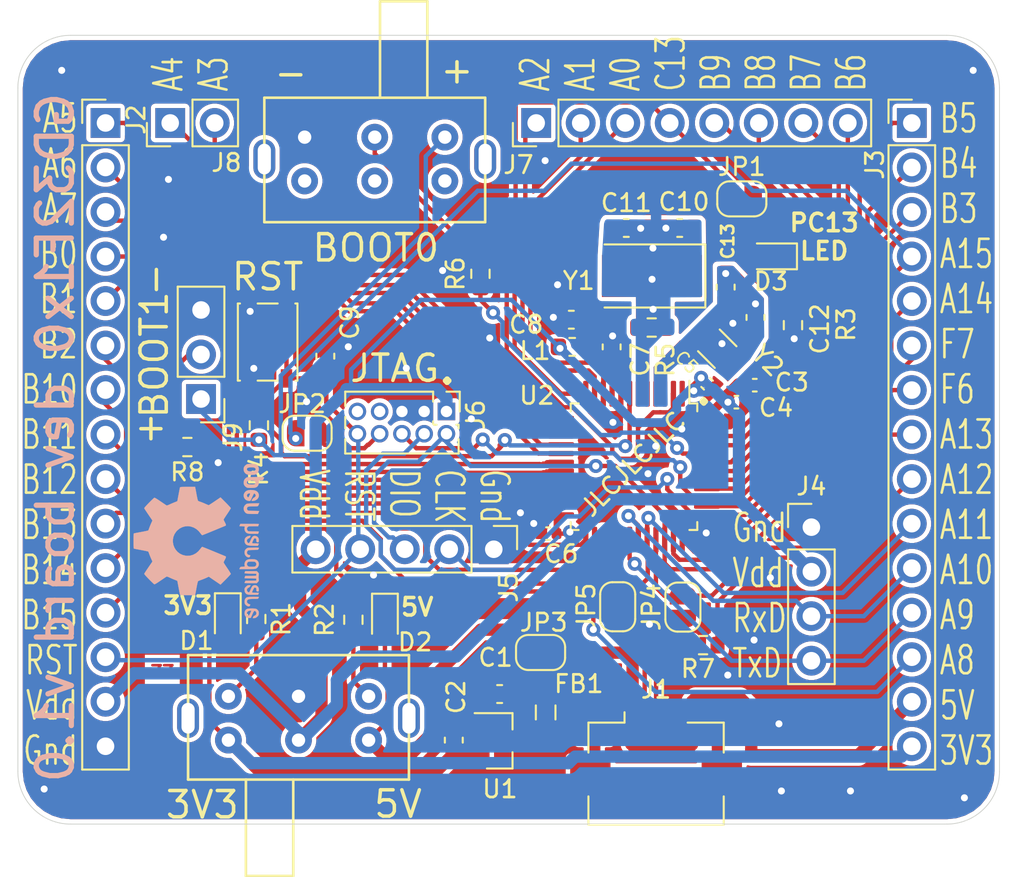
<source format=kicad_pcb>
(kicad_pcb (version 20171130) (host pcbnew "(5.1.8)-1")
  (layers (0 F.Cu signal) (31 B.Cu signal) (34 B.Paste user) (35 F.Paste user) (36 B.SilkS user) (37 F.SilkS user) (38 B.Mask user) (39 F.Mask user) (44 Edge.Cuts user))
  (net 0 "")
  (net 1 GND)
  (net 2 "Net-(C1-Pad1)")
  (net 3 +3V3)
  (net 4 VDD)
  (net 5 VDDA)
  (net 6 nRESET)
  (net 7 "Net-(C10-Pad1)")
  (net 8 "Net-(C11-Pad1)")
  (net 9 "Net-(C12-Pad1)")
  (net 10 "Net-(C13-Pad1)")
  (net 11 "Net-(D1-Pad1)")
  (net 12 +5V)
  (net 13 "Net-(D2-Pad1)")
  (net 14 "Net-(D3-Pad1)")
  (net 15 LED)
  (net 16 "Net-(FB1-Pad2)")
  (net 17 USB_D-)
  (net 18 USB_D+)
  (net 19 "Net-(J1-Pad4)")
  (net 20 "Net-(J1-Pad6)")
  (net 21 PB0)
  (net 22 PB1)
  (net 23 PB2)
  (net 24 SWO)
  (net 25 PB4)
  (net 26 PB5)
  (net 27 PB6)
  (net 28 PB7)
  (net 29 PB8)
  (net 30 PB9)
  (net 31 PB10)
  (net 32 PB11)
  (net 33 PB12)
  (net 34 PB13)
  (net 35 PB14)
  (net 36 PB15)
  (net 37 PC13)
  (net 38 PF7)
  (net 39 PF6)
  (net 40 PA15)
  (net 41 SWCLK)
  (net 42 SWDIO)
  (net 43 PA12)
  (net 44 PA11)
  (net 45 PA10)
  (net 46 PA9)
  (net 47 PA8)
  (net 48 PA7)
  (net 49 PA6)
  (net 50 PA5)
  (net 51 PA4)
  (net 52 PA3)
  (net 53 PA2)
  (net 54 PA1)
  (net 55 PA0)
  (net 56 "Net-(J6-Pad7)")
  (net 57 TDI)
  (net 58 "Net-(J6-Pad9)")
  (net 59 "Net-(R1-Pad2)")
  (net 60 "Net-(R2-Pad2)")
  (net 61 "Net-(R6-Pad1)")
  (net 62 "Net-(R6-Pad2)")
  (net 63 "Net-(J9-Pad2)")
  (net 64 GND1)
  (net 65 GND2)
  (module Symbol:OSHW-Logo2_9.8x8mm_SilkScreen (layer B.Cu) (at 105.31 123.85 270)
    (fp_text reference REF** hide)
    (fp_text value OSHW-Logo2_9.8x8mm_SilkScreen hide)
  )
  (module Connector_PinHeader_2.54mm:PinHeader_1x03_P2.54mm_Vertical (layer F.Cu) (at 105.45 115.75 180)
    (fp_text reference J9 (at -1.83 -2.18 270) (layer F.SilkS))
    (fp_text value BOOT1)
    (pad 1 thru_hole rect (at 0 0 180) (size 1.7 1.7) (drill 1) (layers *.Cu *.Mask) (net 4 VDD))
    (pad 2 thru_hole oval (at 0 2.54 180) (size 1.7 1.7) (drill 1) (layers *.Cu *.Mask) (net 63 "Net-(J9-Pad2)"))
    (pad 3 thru_hole oval (at 0 5.08 180) (size 1.7 1.7) (drill 1) (layers *.Cu *.Mask) (net 1 GND))
  )
  (module Resistor_SMD:R_0603_1608Metric (layer F.Cu) (at 134.09 129.79)
    (fp_text reference R7 (at -0.29 1.35) (layer F.SilkS))
    (fp_text value 1k5)
    (pad 1 smd roundrect (at -0.825 0) (size 0.8 0.95) (layers F.Cu F.Paste F.Mask) (net 18 USB_D+))
    (pad 2 smd roundrect (at 0.825 0) (size 0.8 0.95) (layers F.Cu F.Paste F.Mask) (net 4 VDD))
  )
  (module Capacitor_SMD:C_0603_1608Metric (layer F.Cu) (at 122.485 132.58 180)
    (fp_text reference C1 (at 0.235 2.08) (layer F.SilkS))
    (fp_text value 1u)
    (pad 2 smd roundrect (at 0.775 0 180) (size 0.9 0.95) (layers F.Cu F.Paste F.Mask) (net 1 GND))
    (pad 1 smd roundrect (at -0.775 0 180) (size 0.9 0.95) (layers F.Cu F.Paste F.Mask) (net 2 "Net-(C1-Pad1)"))
  )
  (module Capacitor_SMD:C_0603_1608Metric (layer F.Cu) (at 119.87 135.21 90)
    (fp_text reference C2 (at 2.46 0.13 90) (layer F.SilkS))
    (fp_text value 1u)
    (pad 1 smd roundrect (at -0.775 0 90) (size 0.9 0.95) (layers F.Cu F.Paste F.Mask) (net 3 +3V3))
    (pad 2 smd roundrect (at 0.775 0 90) (size 0.9 0.95) (layers F.Cu F.Paste F.Mask) (net 1 GND))
  )
  (module Capacitor_SMD:C_0603_1608Metric (layer F.Cu) (at 128.875 112.775 90)
    (fp_text reference C7 (at -0.725 1.625 90) (layer F.SilkS))
    (fp_text value 1u)
    (pad 2 smd roundrect (at 0.775 0 90) (size 0.9 0.95) (layers F.Cu F.Paste F.Mask) (net 1 GND))
    (pad 1 smd roundrect (at -0.775 0 90) (size 0.9 0.95) (layers F.Cu F.Paste F.Mask) (net 5 VDDA))
  )
  (module Capacitor_SMD:C_0603_1608Metric (layer F.Cu) (at 126.575 111.225 180)
    (fp_text reference C8 (at 2.575 -0.275) (layer F.SilkS))
    (fp_text value 100n)
    (pad 1 smd roundrect (at -0.775 0 180) (size 0.9 0.95) (layers F.Cu F.Paste F.Mask) (net 5 VDDA))
    (pad 2 smd roundrect (at 0.775 0 180) (size 0.9 0.95) (layers F.Cu F.Paste F.Mask) (net 1 GND))
  )
  (module Capacitor_SMD:C_0603_1608Metric (layer F.Cu) (at 112.54 113.305 90)
    (fp_text reference C9 (at 1.916 1.404 90) (layer F.SilkS))
    (fp_text value 100n)
    (pad 1 smd roundrect (at -0.775 0 90) (size 0.9 0.95) (layers F.Cu F.Paste F.Mask) (net 6 nRESET))
    (pad 2 smd roundrect (at 0.775 0 90) (size 0.9 0.95) (layers F.Cu F.Paste F.Mask) (net 1 GND))
  )
  (module Capacitor_SMD:C_0603_1608Metric (layer F.Cu) (at 132.758 105.99 180)
    (fp_text reference C10 (at -0.242 1.49) (layer F.SilkS))
    (fp_text value 30p)
    (pad 2 smd roundrect (at 0.775 0 180) (size 0.9 0.95) (layers F.Cu F.Paste F.Mask) (net 64 GND1))
    (pad 1 smd roundrect (at -0.775 0 180) (size 0.9 0.95) (layers F.Cu F.Paste F.Mask) (net 7 "Net-(C10-Pad1)"))
  )
  (module Capacitor_SMD:C_0603_1608Metric (layer F.Cu) (at 129.71 105.99)
    (fp_text reference C11 (at 0 -1.43) (layer F.SilkS))
    (fp_text value 30p)
    (pad 1 smd roundrect (at -0.775 0) (size 0.9 0.95) (layers F.Cu F.Paste F.Mask) (net 8 "Net-(C11-Pad1)"))
    (pad 2 smd roundrect (at 0.775 0) (size 0.9 0.95) (layers F.Cu F.Paste F.Mask) (net 64 GND1))
  )
  (module Capacitor_SMD:C_0603_1608Metric (layer F.Cu) (at 137.08 111.095 90)
    (fp_text reference C12 (at -0.655 3.67 90) (layer F.SilkS))
    (fp_text value 10p)
    (pad 2 smd roundrect (at 0.775 0 90) (size 0.9 0.95) (layers F.Cu F.Paste F.Mask) (net 65 GND2))
    (pad 1 smd roundrect (at -0.775 0 90) (size 0.9 0.95) (layers F.Cu F.Paste F.Mask) (net 9 "Net-(C12-Pad1)"))
  )
  (module Capacitor_SMD:C_0603_1608Metric (layer F.Cu) (at 135.38 109.365 90)
    (fp_text reference C13 (at 2.615 0.12 90) (layer F.SilkS) (effects (font (size 0.7 0.7))))
    (fp_text value 10p)
    (pad 1 smd roundrect (at -0.775 0 90) (size 0.9 0.95) (layers F.Cu F.Paste F.Mask) (net 10 "Net-(C13-Pad1)"))
    (pad 2 smd roundrect (at 0.775 0 90) (size 0.9 0.95) (layers F.Cu F.Paste F.Mask) (net 65 GND2))
  )
  (module LED_SMD:LED_0603_1608Metric (layer F.Cu) (at 106.977 128.3165 270)
    (fp_text reference D1 (at 1.2235 1.787 180) (layer F.SilkS))
    (fp_text value Orange)
    (pad 1 smd roundrect (at -0.7875 0 270) (size 0.875 0.95) (layers F.Cu F.Paste F.Mask) (net 11 "Net-(D1-Pad1)"))
    (pad 2 smd roundrect (at 0.7875 0 270) (size 0.875 0.95) (layers F.Cu F.Paste F.Mask) (net 3 +3V3))
  )
  (module LED_SMD:LED_0603_1608Metric (layer F.Cu) (at 115.94 128.342 270)
    (fp_text reference D2 (at 1.278 -1.72) (layer F.SilkS))
    (fp_text value Red)
    (pad 2 smd roundrect (at 0.7875 0 270) (size 0.875 0.95) (layers F.Cu F.Paste F.Mask) (net 12 +5V))
    (pad 1 smd roundrect (at -0.7875 0 270) (size 0.875 0.95) (layers F.Cu F.Paste F.Mask) (net 13 "Net-(D2-Pad1)"))
  )
  (module LED_SMD:LED_0603_1608Metric (layer F.Cu) (at 137.9625 107.61 180)
    (fp_text reference D3 (at 0 -1.43) (layer F.SilkS))
    (fp_text value Green)
    (pad 1 smd roundrect (at -0.7875 0 180) (size 0.875 0.95) (layers F.Cu F.Paste F.Mask) (net 14 "Net-(D3-Pad1)"))
    (pad 2 smd roundrect (at 0.7875 0 180) (size 0.875 0.95) (layers F.Cu F.Paste F.Mask) (net 15 LED))
  )
  (module Inductor_SMD:L_0805_2012Metric (layer F.Cu) (at 125.11 133.63 90)
    (fp_text reference FB1 (at 1.63 1.89 180) (layer F.SilkS))
    (fp_text value 100R)
    (pad 1 smd roundrect (at -1.0625 0 90) (size 0.875 1.2) (layers F.Cu F.Paste F.Mask) (net 2 "Net-(C1-Pad1)"))
    (pad 2 smd roundrect (at 1.0625 0 90) (size 0.875 1.2) (layers F.Cu F.Paste F.Mask) (net 16 "Net-(FB1-Pad2)"))
  )
  (module Connector_PinHeader_2.54mm:PinHeader_1x04_P2.54mm_Vertical (layer F.Cu) (at 140.27 123.06)
    (fp_text reference J4 (at 0 -2.33) (layer F.SilkS))
    (fp_text value USART)
    (pad 1 thru_hole rect (at 0 0) (size 1.7 1.7) (drill 1) (layers *.Cu *.Mask) (net 1 GND))
    (pad 2 thru_hole oval (at 0 2.54) (size 1.7 1.7) (drill 1) (layers *.Cu *.Mask) (net 4 VDD))
    (pad 3 thru_hole oval (at 0 5.08) (size 1.7 1.7) (drill 1) (layers *.Cu *.Mask) (net 45 PA10))
    (pad 4 thru_hole oval (at 0 7.62) (size 1.7 1.7) (drill 1) (layers *.Cu *.Mask) (net 46 PA9))
  )
  (module Connector_PinHeader_2.54mm:PinHeader_1x05_P2.54mm_Vertical (layer F.Cu) (at 122.15 124.32 270)
    (fp_text reference J5 (at 2.18 -0.85 90) (layer F.SilkS))
    (fp_text value SWD)
    (pad 1 thru_hole rect (at 0 0 270) (size 1.7 1.7) (drill 1) (layers *.Cu *.Mask) (net 1 GND))
    (pad 2 thru_hole oval (at 0 2.54 270) (size 1.7 1.7) (drill 1) (layers *.Cu *.Mask) (net 41 SWCLK))
    (pad 3 thru_hole oval (at 0 5.08 270) (size 1.7 1.7) (drill 1) (layers *.Cu *.Mask) (net 42 SWDIO))
    (pad 4 thru_hole oval (at 0 7.62 270) (size 1.7 1.7) (drill 1) (layers *.Cu *.Mask) (net 6 nRESET))
    (pad 5 thru_hole oval (at 0 10.16 270) (size 1.7 1.7) (drill 1) (layers *.Cu *.Mask) (net 4 VDD))
  )
  (module Jumper:SolderJumper-2_P1.3mm_Open_RoundedPad1.0x1.5mm (layer F.Cu) (at 136.3 104.33 180)
    (fp_text reference JP1 (at 0 1.83) (layer F.SilkS))
    (fp_text value LED-PC13)
    (pad 1 smd custom (at -0.65 0 180) (size 1 0.5) (layers F.Cu F.Mask) (net 15 LED) (options (clearance outline) (anchor rect)) (primitives (gr_circle (center 0 0.25) (end 0.5 0.25) (width 0)) (gr_circle (center 0 -0.25) (end 0.5 -0.25) (width 0)) (gr_poly (pts (xy 0 -0.75) (xy 0.5 -0.75) (xy 0.5 0.75) (xy 0 0.75)) (width 0))))
    (pad 2 smd custom (at 0.65 0 180) (size 1 0.5) (layers F.Cu F.Mask) (net 37 PC13) (options (clearance outline) (anchor rect)) (primitives (gr_circle (center 0 0.25) (end 0.5 0.25) (width 0)) (gr_circle (center 0 -0.25) (end 0.5 -0.25) (width 0)) (gr_poly (pts (xy 0 -0.75) (xy -0.5 -0.75) (xy -0.5 0.75) (xy 0 0.75)) (width 0))))
  )
  (module Jumper:SolderJumper-2_P1.3mm_Open_RoundedPad1.0x1.5mm (layer F.Cu) (at 111.5 117.7 180)
    (fp_text reference JP2 (at 0.28 1.67) (layer F.SilkS))
    (fp_text value TDI-PA15)
    (pad 1 smd custom (at -0.65 0 180) (size 1 0.5) (layers F.Cu F.Mask) (net 57 TDI) (options (clearance outline) (anchor rect)) (primitives (gr_circle (center 0 0.25) (end 0.5 0.25) (width 0)) (gr_circle (center 0 -0.25) (end 0.5 -0.25) (width 0)) (gr_poly (pts (xy 0 -0.75) (xy 0.5 -0.75) (xy 0.5 0.75) (xy 0 0.75)) (width 0))))
    (pad 2 smd custom (at 0.65 0 180) (size 1 0.5) (layers F.Cu F.Mask) (net 40 PA15) (options (clearance outline) (anchor rect)) (primitives (gr_circle (center 0 0.25) (end 0.5 0.25) (width 0)) (gr_circle (center 0 -0.25) (end 0.5 -0.25) (width 0)) (gr_poly (pts (xy 0 -0.75) (xy -0.5 -0.75) (xy -0.5 0.75) (xy 0 0.75)) (width 0))))
  )
  (module Jumper:SolderJumper-2_P1.3mm_Open_RoundedPad1.0x1.5mm (layer F.Cu) (at 124.82 130.21 180)
    (fp_text reference JP3 (at -0.18 1.71) (layer F.SilkS))
    (fp_text value "3V3 On/Off")
    (pad 1 smd custom (at -0.65 0 180) (size 1 0.5) (layers F.Cu F.Mask) (net 12 +5V) (options (clearance outline) (anchor rect)) (primitives (gr_circle (center 0 0.25) (end 0.5 0.25) (width 0)) (gr_circle (center 0 -0.25) (end 0.5 -0.25) (width 0)) (gr_poly (pts (xy 0 -0.75) (xy 0.5 -0.75) (xy 0.5 0.75) (xy 0 0.75)) (width 0))))
    (pad 2 smd custom (at 0.65 0 180) (size 1 0.5) (layers F.Cu F.Mask) (net 16 "Net-(FB1-Pad2)") (options (clearance outline) (anchor rect)) (primitives (gr_circle (center 0 0.25) (end 0.5 0.25) (width 0)) (gr_circle (center 0 -0.25) (end 0.5 -0.25) (width 0)) (gr_poly (pts (xy 0 -0.75) (xy -0.5 -0.75) (xy -0.5 0.75) (xy 0 0.75)) (width 0))))
  )
  (module Jumper:SolderJumper-2_P1.3mm_Open_RoundedPad1.0x1.5mm (layer F.Cu) (at 132.94 127.62 90)
    (fp_text reference JP4 (at 0 -1.8 90) (layer F.SilkS))
    (fp_text value USBDP)
    (pad 2 smd custom (at 0.65 0 90) (size 1 0.5) (layers F.Cu F.Mask) (net 43 PA12) (options (clearance outline) (anchor rect)) (primitives (gr_circle (center 0 0.25) (end 0.5 0.25) (width 0)) (gr_circle (center 0 -0.25) (end 0.5 -0.25) (width 0)) (gr_poly (pts (xy 0 -0.75) (xy -0.5 -0.75) (xy -0.5 0.75) (xy 0 0.75)) (width 0))))
    (pad 1 smd custom (at -0.65 0 90) (size 1 0.5) (layers F.Cu F.Mask) (net 18 USB_D+) (options (clearance outline) (anchor rect)) (primitives (gr_circle (center 0 0.25) (end 0.5 0.25) (width 0)) (gr_circle (center 0 -0.25) (end 0.5 -0.25) (width 0)) (gr_poly (pts (xy 0 -0.75) (xy 0.5 -0.75) (xy 0.5 0.75) (xy 0 0.75)) (width 0))))
  )
  (module Jumper:SolderJumper-2_P1.3mm_Open_RoundedPad1.0x1.5mm (layer F.Cu) (at 129.22 127.6 90)
    (fp_text reference JP5 (at 0 -1.8 90) (layer F.SilkS))
    (fp_text value USBDM)
    (pad 2 smd custom (at 0.65 0 90) (size 1 0.5) (layers F.Cu F.Mask) (net 44 PA11) (options (clearance outline) (anchor rect)) (primitives (gr_circle (center 0 0.25) (end 0.5 0.25) (width 0)) (gr_circle (center 0 -0.25) (end 0.5 -0.25) (width 0)) (gr_poly (pts (xy 0 -0.75) (xy -0.5 -0.75) (xy -0.5 0.75) (xy 0 0.75)) (width 0))))
    (pad 1 smd custom (at -0.65 0 90) (size 1 0.5) (layers F.Cu F.Mask) (net 17 USB_D-) (options (clearance outline) (anchor rect)) (primitives (gr_circle (center 0 0.25) (end 0.5 0.25) (width 0)) (gr_circle (center 0 -0.25) (end 0.5 -0.25) (width 0)) (gr_poly (pts (xy 0 -0.75) (xy 0.5 -0.75) (xy 0.5 0.75) (xy 0 0.75)) (width 0))))
  )
  (module Inductor_SMD:L_0603_1608Metric (layer F.Cu) (at 126.625 112.775)
    (fp_text reference L1 (at -2.125 0.225) (layer F.SilkS))
    (fp_text value 27n)
    (pad 1 smd roundrect (at -0.7875 0) (size 0.875 0.95) (layers F.Cu F.Paste F.Mask) (net 4 VDD))
    (pad 2 smd roundrect (at 0.7875 0) (size 0.875 0.95) (layers F.Cu F.Paste F.Mask) (net 5 VDDA))
  )
  (module Resistor_SMD:R_0603_1608Metric (layer F.Cu) (at 108.6 128.3 270)
    (fp_text reference R1 (at 0 -1.43 90) (layer F.SilkS))
    (fp_text value 2k2)
    (pad 1 smd roundrect (at -0.825 0 270) (size 0.8 0.95) (layers F.Cu F.Paste F.Mask) (net 11 "Net-(D1-Pad1)"))
    (pad 2 smd roundrect (at 0.825 0 270) (size 0.8 0.95) (layers F.Cu F.Paste F.Mask) (net 59 "Net-(R1-Pad2)"))
  )
  (module Resistor_SMD:R_0603_1608Metric (layer F.Cu) (at 114.14 128.342 270)
    (fp_text reference R2 (at 0 1.64 90) (layer F.SilkS))
    (fp_text value 3k3)
    (pad 2 smd roundrect (at 0.825 0 270) (size 0.8 0.95) (layers F.Cu F.Paste F.Mask) (net 60 "Net-(R2-Pad2)"))
    (pad 1 smd roundrect (at -0.825 0 270) (size 0.8 0.95) (layers F.Cu F.Paste F.Mask) (net 13 "Net-(D2-Pad1)"))
  )
  (module Resistor_SMD:R_0603_1608Metric (layer F.Cu) (at 139.22 111.535 90)
    (fp_text reference R3 (at 0.035 3.03 90) (layer F.SilkS))
    (fp_text value 3k3)
    (pad 2 smd roundrect (at 0.825 0 90) (size 0.8 0.95) (layers F.Cu F.Paste F.Mask) (net 14 "Net-(D3-Pad1)"))
    (pad 1 smd roundrect (at -0.825 0 90) (size 0.8 0.95) (layers F.Cu F.Paste F.Mask) (net 1 GND))
  )
  (module Resistor_SMD:R_0603_1608Metric (layer F.Cu) (at 108.75 117.25 90)
    (fp_text reference R4 (at -2.5 0 90) (layer F.SilkS))
    (fp_text value 10k)
    (pad 2 smd roundrect (at 0.825 0 90) (size 0.8 0.95) (layers F.Cu F.Paste F.Mask) (net 6 nRESET))
    (pad 1 smd roundrect (at -0.825 0 90) (size 0.8 0.95) (layers F.Cu F.Paste F.Mask) (net 4 VDD))
  )
  (module Resistor_SMD:R_0603_1608Metric (layer F.Cu) (at 131.16 111.67)
    (fp_text reference R5 (at 0.775 1.85 90) (layer F.SilkS))
    (fp_text value 1M)
    (pad 1 smd roundrect (at -0.825 0) (size 0.8 0.95) (layers F.Cu F.Paste F.Mask) (net 8 "Net-(C11-Pad1)"))
    (pad 2 smd roundrect (at 0.825 0) (size 0.8 0.95) (layers F.Cu F.Paste F.Mask) (net 7 "Net-(C10-Pad1)"))
  )
  (module Resistor_SMD:R_0603_1608Metric (layer F.Cu) (at 121.39 108.605 90)
    (fp_text reference R6 (at 0 -1.43 90) (layer F.SilkS))
    (fp_text value 100k)
    (pad 1 smd roundrect (at -0.825 0 90) (size 0.8 0.95) (layers F.Cu F.Paste F.Mask) (net 61 "Net-(R6-Pad1)"))
    (pad 2 smd roundrect (at 0.825 0 90) (size 0.8 0.95) (layers F.Cu F.Paste F.Mask) (net 62 "Net-(R6-Pad2)"))
  )
  (module GD32F190-dev-brd:SK22H03 (layer F.Cu) (at 111.01 133.96 180)
    (fp_text reference SW1 hide)
    (fp_text value SW_DPDT_x2)
    (pad 1 thru_hole circle (at -4 -1.25 180) (size 1.524 1.524) (drill 0.762) (layers *.Cu *.Mask) (net 12 +5V))
    (pad 2 thru_hole circle (at 0 -1.25 180) (size 1.524 1.524) (drill 0.762) (layers *.Cu *.Mask) (net 4 VDD))
    (pad 3 thru_hole circle (at 4 -1.25 180) (size 1.524 1.524) (drill 0.762) (layers *.Cu *.Mask) (net 3 +3V3))
    (pad 4 thru_hole circle (at -4 1.25 180) (size 1.524 1.524) (drill 0.762) (layers *.Cu *.Mask) (net 60 "Net-(R2-Pad2)"))
    (pad 5 thru_hole circle (at 0 1.25 180) (size 1.524 1.524) (drill 0.762) (layers *.Cu *.Mask) (net 1 GND))
    (pad 6 thru_hole circle (at 4 1.25 180) (size 1.524 1.524) (drill 0.762) (layers *.Cu *.Mask) (net 59 "Net-(R1-Pad2)"))
    (pad "" thru_hole oval (at 6.3 0 180) (size 1.25 2.25) (drill oval 0.75 1.75) (layers *.Cu *.Mask))
    (pad "" thru_hole oval (at -6.3 0 180) (size 1.25 2.25) (drill oval 0.75 1.75) (layers *.Cu *.Mask))
  )
  (module GD32F190-dev-brd:SW_SPST_PTS810 (layer F.Cu) (at 109.25 112.5 270)
    (fp_text reference SW2 hide)
    (fp_text value Reset)
    (pad 1 smd rect (at -2.075 -1.075 270) (size 1.05 0.65) (layers F.Cu F.Paste F.Mask) (net 6 nRESET))
    (pad 1 smd rect (at 2.075 -1.075 270) (size 1.05 0.65) (layers F.Cu F.Paste F.Mask) (net 6 nRESET))
    (pad 2 smd rect (at -2.075 1.075 270) (size 1.05 0.65) (layers F.Cu F.Paste F.Mask) (net 1 GND))
    (pad 2 smd rect (at 2.075 1.075 270) (size 1.05 0.65) (layers F.Cu F.Paste F.Mask) (net 1 GND))
  )
  (module GD32F190-dev-brd:SK22H03 (layer F.Cu) (at 115.36 102.06)
    (fp_text reference SW3 hide)
    (fp_text value "BOOT0 Selector")
    (pad "" thru_hole oval (at -6.3 0) (size 1.25 2.25) (drill oval 0.75 1.75) (layers *.Cu *.Mask))
    (pad "" thru_hole oval (at 6.3 0) (size 1.25 2.25) (drill oval 0.75 1.75) (layers *.Cu *.Mask))
    (pad 6 thru_hole circle (at 4 1.25) (size 1.524 1.524) (drill 0.762) (layers *.Cu *.Mask))
    (pad 5 thru_hole circle (at 0 1.25) (size 1.524 1.524) (drill 0.762) (layers *.Cu *.Mask))
    (pad 4 thru_hole circle (at -4 1.25) (size 1.524 1.524) (drill 0.762) (layers *.Cu *.Mask))
    (pad 3 thru_hole circle (at 4 -1.25) (size 1.524 1.524) (drill 0.762) (layers *.Cu *.Mask) (net 4 VDD))
    (pad 2 thru_hole circle (at 0 -1.25) (size 1.524 1.524) (drill 0.762) (layers *.Cu *.Mask) (net 62 "Net-(R6-Pad2)"))
    (pad 1 thru_hole circle (at -4 -1.25) (size 1.524 1.524) (drill 0.762) (layers *.Cu *.Mask) (net 1 GND))
  )
  (module Package_TO_SOT_SMD:SOT-23 (layer F.Cu) (at 122.46 135.25)
    (fp_text reference U1 (at 0.04 2.75) (layer F.SilkS))
    (fp_text value XC6206PxxxMR)
    (pad 1 smd rect (at -1 -0.95) (size 0.9 0.8) (layers F.Cu F.Paste F.Mask) (net 1 GND))
    (pad 2 smd rect (at -1 0.95) (size 0.9 0.8) (layers F.Cu F.Paste F.Mask) (net 3 +3V3))
    (pad 3 smd rect (at 1 0) (size 0.9 0.8) (layers F.Cu F.Paste F.Mask) (net 2 "Net-(C1-Pad1)"))
  )
  (module Package_QFP:LQFP-48_7x7mm_P0.5mm (layer F.Cu) (at 130.15 119.61 270)
    (fp_text reference U2 (at -4.06 5.54 180) (layer F.SilkS))
    (fp_text value GD32F190C8Tx)
    (pad 1 smd roundrect (at -4.1625 -2.75 270) (size 1.475 0.3) (layers F.Cu F.Paste F.Mask) (net 4 VDD))
    (pad 2 smd roundrect (at -4.1625 -2.25 270) (size 1.475 0.3) (layers F.Cu F.Paste F.Mask) (net 37 PC13))
    (pad 3 smd roundrect (at -4.1625 -1.75 270) (size 1.475 0.3) (layers F.Cu F.Paste F.Mask) (net 9 "Net-(C12-Pad1)"))
    (pad 4 smd roundrect (at -4.1625 -1.25 270) (size 1.475 0.3) (layers F.Cu F.Paste F.Mask) (net 10 "Net-(C13-Pad1)"))
    (pad 5 smd roundrect (at -4.1625 -0.75 270) (size 1.475 0.3) (layers F.Cu F.Paste F.Mask) (net 7 "Net-(C10-Pad1)"))
    (pad 6 smd roundrect (at -4.1625 -0.25 270) (size 1.475 0.3) (layers F.Cu F.Paste F.Mask) (net 8 "Net-(C11-Pad1)"))
    (pad 7 smd roundrect (at -4.1625 0.25 270) (size 1.475 0.3) (layers F.Cu F.Paste F.Mask) (net 6 nRESET))
    (pad 8 smd roundrect (at -4.1625 0.75 270) (size 1.475 0.3) (layers F.Cu F.Paste F.Mask) (net 1 GND))
    (pad 9 smd roundrect (at -4.1625 1.25 270) (size 1.475 0.3) (layers F.Cu F.Paste F.Mask) (net 5 VDDA))
    (pad 10 smd roundrect (at -4.1625 1.75 270) (size 1.475 0.3) (layers F.Cu F.Paste F.Mask) (net 55 PA0))
    (pad 11 smd roundrect (at -4.1625 2.25 270) (size 1.475 0.3) (layers F.Cu F.Paste F.Mask) (net 54 PA1))
    (pad 12 smd roundrect (at -4.1625 2.75 270) (size 1.475 0.3) (layers F.Cu F.Paste F.Mask) (net 53 PA2))
    (pad 13 smd roundrect (at -2.75 4.1625 270) (size 0.3 1.475) (layers F.Cu F.Paste F.Mask) (net 52 PA3))
    (pad 14 smd roundrect (at -2.25 4.1625 270) (size 0.3 1.475) (layers F.Cu F.Paste F.Mask) (net 51 PA4))
    (pad 15 smd roundrect (at -1.75 4.1625 270) (size 0.3 1.475) (layers F.Cu F.Paste F.Mask) (net 50 PA5))
    (pad 16 smd roundrect (at -1.25 4.1625 270) (size 0.3 1.475) (layers F.Cu F.Paste F.Mask) (net 49 PA6))
    (pad 17 smd roundrect (at -0.75 4.1625 270) (size 0.3 1.475) (layers F.Cu F.Paste F.Mask) (net 48 PA7))
    (pad 18 smd roundrect (at -0.25 4.1625 270) (size 0.3 1.475) (layers F.Cu F.Paste F.Mask) (net 21 PB0))
    (pad 19 smd roundrect (at 0.25 4.1625 270) (size 0.3 1.475) (layers F.Cu F.Paste F.Mask) (net 22 PB1))
    (pad 20 smd roundrect (at 0.75 4.1625 270) (size 0.3 1.475) (layers F.Cu F.Paste F.Mask) (net 23 PB2))
    (pad 21 smd roundrect (at 1.25 4.1625 270) (size 0.3 1.475) (layers F.Cu F.Paste F.Mask) (net 31 PB10))
    (pad 22 smd roundrect (at 1.75 4.1625 270) (size 0.3 1.475) (layers F.Cu F.Paste F.Mask) (net 32 PB11))
    (pad 23 smd roundrect (at 2.25 4.1625 270) (size 0.3 1.475) (layers F.Cu F.Paste F.Mask) (net 1 GND))
    (pad 24 smd roundrect (at 2.75 4.1625 270) (size 0.3 1.475) (layers F.Cu F.Paste F.Mask) (net 4 VDD))
    (pad 25 smd roundrect (at 4.1625 2.75 270) (size 1.475 0.3) (layers F.Cu F.Paste F.Mask) (net 33 PB12))
    (pad 26 smd roundrect (at 4.1625 2.25 270) (size 1.475 0.3) (layers F.Cu F.Paste F.Mask) (net 34 PB13))
    (pad 27 smd roundrect (at 4.1625 1.75 270) (size 1.475 0.3) (layers F.Cu F.Paste F.Mask) (net 35 PB14))
    (pad 28 smd roundrect (at 4.1625 1.25 270) (size 1.475 0.3) (layers F.Cu F.Paste F.Mask) (net 36 PB15))
    (pad 29 smd roundrect (at 4.1625 0.75 270) (size 1.475 0.3) (layers F.Cu F.Paste F.Mask) (net 47 PA8))
    (pad 30 smd roundrect (at 4.1625 0.25 270) (size 1.475 0.3) (layers F.Cu F.Paste F.Mask) (net 46 PA9))
    (pad 31 smd roundrect (at 4.1625 -0.25 270) (size 1.475 0.3) (layers F.Cu F.Paste F.Mask) (net 45 PA10))
    (pad 32 smd roundrect (at 4.1625 -0.75 270) (size 1.475 0.3) (layers F.Cu F.Paste F.Mask) (net 44 PA11))
    (pad 33 smd roundrect (at 4.1625 -1.25 270) (size 1.475 0.3) (layers F.Cu F.Paste F.Mask) (net 43 PA12))
    (pad 34 smd roundrect (at 4.1625 -1.75 270) (size 1.475 0.3) (layers F.Cu F.Paste F.Mask) (net 42 SWDIO))
    (pad 35 smd roundrect (at 4.1625 -2.25 270) (size 1.475 0.3) (layers F.Cu F.Paste F.Mask) (net 39 PF6))
    (pad 36 smd roundrect (at 4.1625 -2.75 270) (size 1.475 0.3) (layers F.Cu F.Paste F.Mask) (net 38 PF7))
    (pad 37 smd roundrect (at 2.75 -4.1625 270) (size 0.3 1.475) (layers F.Cu F.Paste F.Mask) (net 41 SWCLK))
    (pad 38 smd roundrect (at 2.25 -4.1625 270) (size 0.3 1.475) (layers F.Cu F.Paste F.Mask) (net 40 PA15))
    (pad 39 smd roundrect (at 1.75 -4.1625 270) (size 0.3 1.475) (layers F.Cu F.Paste F.Mask) (net 24 SWO))
    (pad 40 smd roundrect (at 1.25 -4.1625 270) (size 0.3 1.475) (layers F.Cu F.Paste F.Mask) (net 25 PB4))
    (pad 41 smd roundrect (at 0.75 -4.1625 270) (size 0.3 1.475) (layers F.Cu F.Paste F.Mask) (net 26 PB5))
    (pad 42 smd roundrect (at 0.25 -4.1625 270) (size 0.3 1.475) (layers F.Cu F.Paste F.Mask) (net 27 PB6))
    (pad 43 smd roundrect (at -0.25 -4.1625 270) (size 0.3 1.475) (layers F.Cu F.Paste F.Mask) (net 28 PB7))
    (pad 44 smd roundrect (at -0.75 -4.1625 270) (size 0.3 1.475) (layers F.Cu F.Paste F.Mask) (net 61 "Net-(R6-Pad1)"))
    (pad 45 smd roundrect (at -1.25 -4.1625 270) (size 0.3 1.475) (layers F.Cu F.Paste F.Mask) (net 29 PB8))
    (pad 46 smd roundrect (at -1.75 -4.1625 270) (size 0.3 1.475) (layers F.Cu F.Paste F.Mask) (net 30 PB9))
    (pad 47 smd roundrect (at -2.25 -4.1625 270) (size 0.3 1.475) (layers F.Cu F.Paste F.Mask) (net 1 GND))
    (pad 48 smd roundrect (at -2.75 -4.1625 270) (size 0.3 1.475) (layers F.Cu F.Paste F.Mask) (net 4 VDD))
  )
  (module Crystal:Crystal_SMD_5032-2Pin_5.0x3.2mm (layer F.Cu) (at 131.17 108.73 180)
    (fp_text reference Y1 (at 4.17 -0.27) (layer F.SilkS))
    (fp_text value 8MHz)
    (pad 1 smd rect (at -1.85 0 180) (size 2 2.4) (layers F.Cu F.Paste F.Mask) (net 7 "Net-(C10-Pad1)"))
    (pad 2 smd rect (at 1.85 0 180) (size 2 2.4) (layers F.Cu F.Paste F.Mask) (net 8 "Net-(C11-Pad1)"))
  )
  (module Crystal:Crystal_SMD_3215-2Pin_3.2x1.5mm (layer F.Cu) (at 134.9 112.88 315)
    (fp_text reference Y2 (at 2.5173 -1.555635 135) (layer F.SilkS))
    (fp_text value 32.768kHz)
    (pad 1 smd rect (at 1.25 0 315) (size 1 1.8) (layers F.Cu F.Paste F.Mask) (net 9 "Net-(C12-Pad1)"))
    (pad 2 smd rect (at -1.25 0 315) (size 1 1.8) (layers F.Cu F.Paste F.Mask) (net 10 "Net-(C13-Pad1)"))
  )
  (module Connector_PinHeader_2.54mm:PinHeader_1x08_P2.54mm_Vertical (layer F.Cu) (at 124.57 100 90)
    (fp_text reference J7 (at -2.39 -1.01 180) (layer F.SilkS))
    (fp_text value Conn_01x08_Male)
    (pad 1 thru_hole rect (at 0 0 90) (size 1.7 1.7) (drill 1) (layers *.Cu *.Mask) (net 53 PA2))
    (pad 2 thru_hole oval (at 0 2.54 90) (size 1.7 1.7) (drill 1) (layers *.Cu *.Mask) (net 54 PA1))
    (pad 3 thru_hole oval (at 0 5.08 90) (size 1.7 1.7) (drill 1) (layers *.Cu *.Mask) (net 55 PA0))
    (pad 4 thru_hole oval (at 0 7.62 90) (size 1.7 1.7) (drill 1) (layers *.Cu *.Mask) (net 37 PC13))
    (pad 5 thru_hole oval (at 0 10.16 90) (size 1.7 1.7) (drill 1) (layers *.Cu *.Mask) (net 30 PB9))
    (pad 6 thru_hole oval (at 0 12.7 90) (size 1.7 1.7) (drill 1) (layers *.Cu *.Mask) (net 29 PB8))
    (pad 7 thru_hole oval (at 0 15.24 90) (size 1.7 1.7) (drill 1) (layers *.Cu *.Mask) (net 28 PB7))
    (pad 8 thru_hole oval (at 0 17.78 90) (size 1.7 1.7) (drill 1) (layers *.Cu *.Mask) (net 27 PB6))
  )
  (module Connector_PinHeader_2.54mm:PinHeader_1x15_P2.54mm_Vertical (layer F.Cu) (at 100 100)
    (fp_text reference J2 (at 1.75 -0.19 90) (layer F.SilkS))
    (fp_text value Conn_01x15_Male)
    (pad 1 thru_hole rect (at 0 0) (size 1.7 1.7) (drill 1) (layers *.Cu *.Mask) (net 50 PA5))
    (pad 2 thru_hole oval (at 0 2.54) (size 1.7 1.7) (drill 1) (layers *.Cu *.Mask) (net 49 PA6))
    (pad 3 thru_hole oval (at 0 5.08) (size 1.7 1.7) (drill 1) (layers *.Cu *.Mask) (net 48 PA7))
    (pad 4 thru_hole oval (at 0 7.62) (size 1.7 1.7) (drill 1) (layers *.Cu *.Mask) (net 21 PB0))
    (pad 5 thru_hole oval (at 0 10.16) (size 1.7 1.7) (drill 1) (layers *.Cu *.Mask) (net 22 PB1))
    (pad 6 thru_hole oval (at 0 12.7) (size 1.7 1.7) (drill 1) (layers *.Cu *.Mask) (net 23 PB2))
    (pad 7 thru_hole oval (at 0 15.24) (size 1.7 1.7) (drill 1) (layers *.Cu *.Mask) (net 31 PB10))
    (pad 8 thru_hole oval (at 0 17.78) (size 1.7 1.7) (drill 1) (layers *.Cu *.Mask) (net 32 PB11))
    (pad 9 thru_hole oval (at 0 20.32) (size 1.7 1.7) (drill 1) (layers *.Cu *.Mask) (net 33 PB12))
    (pad 10 thru_hole oval (at 0 22.86) (size 1.7 1.7) (drill 1) (layers *.Cu *.Mask) (net 34 PB13))
    (pad 11 thru_hole oval (at 0 25.4) (size 1.7 1.7) (drill 1) (layers *.Cu *.Mask) (net 35 PB14))
    (pad 12 thru_hole oval (at 0 27.94) (size 1.7 1.7) (drill 1) (layers *.Cu *.Mask) (net 36 PB15))
    (pad 13 thru_hole oval (at 0 30.48) (size 1.7 1.7) (drill 1) (layers *.Cu *.Mask) (net 6 nRESET))
    (pad 14 thru_hole oval (at 0 33.02) (size 1.7 1.7) (drill 1) (layers *.Cu *.Mask) (net 4 VDD))
    (pad 15 thru_hole oval (at 0 35.56) (size 1.7 1.7) (drill 1) (layers *.Cu *.Mask) (net 1 GND))
  )
  (module Connector_PinHeader_2.54mm:PinHeader_1x15_P2.54mm_Vertical (layer F.Cu) (at 146 100)
    (fp_text reference J3 (at -2.11 2.37 90) (layer F.SilkS))
    (fp_text value Conn_01x15_Male)
    (pad 15 thru_hole oval (at 0 35.56) (size 1.7 1.7) (drill 1) (layers *.Cu *.Mask) (net 3 +3V3))
    (pad 14 thru_hole oval (at 0 33.02) (size 1.7 1.7) (drill 1) (layers *.Cu *.Mask) (net 12 +5V))
    (pad 13 thru_hole oval (at 0 30.48) (size 1.7 1.7) (drill 1) (layers *.Cu *.Mask) (net 47 PA8))
    (pad 12 thru_hole oval (at 0 27.94) (size 1.7 1.7) (drill 1) (layers *.Cu *.Mask) (net 46 PA9))
    (pad 11 thru_hole oval (at 0 25.4) (size 1.7 1.7) (drill 1) (layers *.Cu *.Mask) (net 45 PA10))
    (pad 10 thru_hole oval (at 0 22.86) (size 1.7 1.7) (drill 1) (layers *.Cu *.Mask) (net 44 PA11))
    (pad 9 thru_hole oval (at 0 20.32) (size 1.7 1.7) (drill 1) (layers *.Cu *.Mask) (net 43 PA12))
    (pad 8 thru_hole oval (at 0 17.78) (size 1.7 1.7) (drill 1) (layers *.Cu *.Mask) (net 42 SWDIO))
    (pad 7 thru_hole oval (at 0 15.24) (size 1.7 1.7) (drill 1) (layers *.Cu *.Mask) (net 39 PF6))
    (pad 6 thru_hole oval (at 0 12.7) (size 1.7 1.7) (drill 1) (layers *.Cu *.Mask) (net 38 PF7))
    (pad 5 thru_hole oval (at 0 10.16) (size 1.7 1.7) (drill 1) (layers *.Cu *.Mask) (net 41 SWCLK))
    (pad 4 thru_hole oval (at 0 7.62) (size 1.7 1.7) (drill 1) (layers *.Cu *.Mask) (net 40 PA15))
    (pad 3 thru_hole oval (at 0 5.08) (size 1.7 1.7) (drill 1) (layers *.Cu *.Mask) (net 24 SWO))
    (pad 2 thru_hole oval (at 0 2.54) (size 1.7 1.7) (drill 1) (layers *.Cu *.Mask) (net 25 PB4))
    (pad 1 thru_hole rect (at 0 0) (size 1.7 1.7) (drill 1) (layers *.Cu *.Mask) (net 26 PB5))
  )
  (module Connector_PinHeader_2.54mm:PinHeader_1x02_P2.54mm_Vertical (layer F.Cu) (at 103.69 100 90)
    (fp_text reference J8 (at -2.27 3.21 180) (layer F.SilkS))
    (fp_text value Conn_01x02_Male)
    (pad 1 thru_hole rect (at 0 0 90) (size 1.7 1.7) (drill 1) (layers *.Cu *.Mask) (net 51 PA4))
    (pad 2 thru_hole oval (at 0 2.54 90) (size 1.7 1.7) (drill 1) (layers *.Cu *.Mask) (net 52 PA3))
  )
  (module Connector_PinHeader_1.27mm:PinHeader_2x05_P1.27mm_Vertical (layer F.Cu) (at 119.45 116.46 270)
    (fp_text reference J6 (at 0.19 -1.67 90) (layer F.SilkS))
    (fp_text value "J-Link mini")
    (pad 1 thru_hole rect (at 0 0 270) (size 1 1) (drill 0.65) (layers *.Cu *.Mask) (net 4 VDD))
    (pad 2 thru_hole oval (at 1.27 0 270) (size 1 1) (drill 0.65) (layers *.Cu *.Mask) (net 42 SWDIO))
    (pad 3 thru_hole oval (at 0 1.27 270) (size 1 1) (drill 0.65) (layers *.Cu *.Mask) (net 1 GND))
    (pad 4 thru_hole oval (at 1.27 1.27 270) (size 1 1) (drill 0.65) (layers *.Cu *.Mask) (net 41 SWCLK))
    (pad 5 thru_hole oval (at 0 2.54 270) (size 1 1) (drill 0.65) (layers *.Cu *.Mask) (net 1 GND))
    (pad 6 thru_hole oval (at 1.27 2.54 270) (size 1 1) (drill 0.65) (layers *.Cu *.Mask) (net 24 SWO))
    (pad 7 thru_hole oval (at 0 3.81 270) (size 1 1) (drill 0.65) (layers *.Cu *.Mask) (net 56 "Net-(J6-Pad7)"))
    (pad 8 thru_hole oval (at 1.27 3.81 270) (size 1 1) (drill 0.65) (layers *.Cu *.Mask) (net 57 TDI))
    (pad 9 thru_hole oval (at 0 5.08 270) (size 1 1) (drill 0.65) (layers *.Cu *.Mask) (net 58 "Net-(J6-Pad9)"))
    (pad 10 thru_hole oval (at 1.27 5.08 270) (size 1 1) (drill 0.65) (layers *.Cu *.Mask) (net 6 nRESET))
  )
  (module Capacitor_SMD:C_0402_1005Metric (layer F.Cu) (at 137.04 114.96)
    (fp_text reference C3 (at 2.11 -0.16) (layer F.SilkS))
    (fp_text value 4u7)
    (pad 1 smd roundrect (at -0.48 0) (size 0.56 0.62) (layers F.Cu F.Paste F.Mask) (net 4 VDD))
    (pad 2 smd roundrect (at 0.48 0) (size 0.56 0.62) (layers F.Cu F.Paste F.Mask) (net 1 GND))
  )
  (module Capacitor_SMD:C_0402_1005Metric (layer F.Cu) (at 135.99 115.93)
    (fp_text reference C4 (at 2.26 0.32) (layer F.SilkS))
    (fp_text value 100n)
    (pad 2 smd roundrect (at 0.48 0) (size 0.56 0.62) (layers F.Cu F.Paste F.Mask) (net 1 GND))
    (pad 1 smd roundrect (at -0.48 0) (size 0.56 0.62) (layers F.Cu F.Paste F.Mask) (net 4 VDD))
  )
  (module Capacitor_SMD:C_0402_1005Metric (layer F.Cu) (at 134.32 114.88 315)
    (fp_text reference C5 (at -1.697056 -0.042426 135) (layer F.SilkS) (effects (font (size 0.7 0.7) (thickness 0.1))))
    (fp_text value 100n)
    (pad 1 smd roundrect (at -0.48 0 315) (size 0.56 0.62) (layers F.Cu F.Paste F.Mask) (net 4 VDD))
    (pad 2 smd roundrect (at 0.48 0 315) (size 0.56 0.62) (layers F.Cu F.Paste F.Mask) (net 1 GND))
  )
  (module Capacitor_SMD:C_0402_1005Metric (layer F.Cu) (at 125.25 123.43 180)
    (fp_text reference C6 (at -0.75 -1.16) (layer F.SilkS))
    (fp_text value 100n)
    (pad 2 smd roundrect (at 0.48 0 180) (size 0.56 0.62) (layers F.Cu F.Paste F.Mask) (net 1 GND))
    (pad 1 smd roundrect (at -0.48 0 180) (size 0.56 0.62) (layers F.Cu F.Paste F.Mask) (net 4 VDD))
  )
  (module Resistor_SMD:R_0603_1608Metric (layer F.Cu) (at 104.67 118.49 180)
    (fp_text reference R8 (at 0 -1.43) (layer F.SilkS))
    (fp_text value 100k)
    (pad 1 smd roundrect (at -0.825 0 180) (size 0.8 0.95) (layers F.Cu F.Paste F.Mask) (net 23 PB2))
    (pad 2 smd roundrect (at 0.825 0 180) (size 0.8 0.95) (layers F.Cu F.Paste F.Mask) (net 63 "Net-(J9-Pad2)"))
  )
  (module GD32F190-dev-brd:GND-bridge (layer B.Cu) (at 131.41 105.38 270)
    (fp_text reference JP6 hide)
    (fp_text value GND1)
    (fp_poly (pts (xy -0.25 0.3) (xy 0.25 0.3) (xy 0.25 -0.3) (xy -0.25 -0.3)) (layer B.Cu) (width 0))
    (pad 1 smd rect (at -0.65 0 270) (size 1 1.5) (layers B.Cu) (net 1 GND))
    (pad 2 smd rect (at 0.65 0 270) (size 1 1.5) (layers B.Cu) (net 64 GND1))
  )
  (module GD32F190-dev-brd:GND-bridge (layer B.Cu) (at 136.76 108.96 225)
    (fp_text reference JP7 hide)
    (fp_text value GND2)
    (fp_poly (pts (xy -0.25 0.3) (xy 0.25 0.3) (xy 0.25 -0.3) (xy -0.25 -0.3)) (layer B.Cu) (width 0))
    (pad 2 smd rect (at 0.65 0 225) (size 1 1.5) (layers B.Cu) (net 65 GND2))
    (pad 1 smd rect (at -0.65 0 225) (size 1 1.5) (layers B.Cu) (net 1 GND))
  )
  (module GD32F190-dev-brd:USB_Micro-B_MicroQTJ (layer F.Cu) (at 131.41 135.87)
    (fp_text reference J1 (at 0 -3.55) (layer F.SilkS))
    (fp_text value USB_B_Micro)
    (pad 6 smd rect (at 3.52552 -1.49606) (size 1.8 1.9) (layers F.Cu F.Paste F.Mask) (net 20 "Net-(J1-Pad6)"))
    (pad 6 smd rect (at -3.52552 -1.46304) (size 1.8 1.9) (layers F.Cu F.Paste F.Mask) (net 20 "Net-(J1-Pad6)"))
    (pad 6 smd rect (at 3.75 1.3) (size 2.3 1.9) (layers F.Cu F.Paste F.Mask) (net 20 "Net-(J1-Pad6)"))
    (pad 6 smd rect (at -3.75 1.3) (size 2.3 1.9) (layers F.Cu F.Paste F.Mask) (net 20 "Net-(J1-Pad6)"))
    (pad 5 smd rect (at 1.3 -1.55) (size 0.4 1.4) (layers F.Cu F.Paste F.Mask) (net 1 GND))
    (pad 4 smd rect (at 0.65 -1.55) (size 0.4 1.4) (layers F.Cu F.Paste F.Mask) (net 19 "Net-(J1-Pad4)"))
    (pad 3 smd rect (at 0 -1.55) (size 0.4 1.4) (layers F.Cu F.Paste F.Mask) (net 18 USB_D+))
    (pad 2 smd rect (at -0.65 -1.55) (size 0.4 1.4) (layers F.Cu F.Paste F.Mask) (net 17 USB_D-))
    (pad 1 smd rect (at -1.3 -1.55) (size 0.4 1.4) (layers F.Cu F.Paste F.Mask) (net 12 +5V))
  )
  (gr_text . (at 134.13 115.07) (layer F.SilkS) (effects (font (size 2 2) (thickness 0.3))))
  (gr_text . (at 119.49 113.89) (layer F.SilkS) (effects (font (size 2 2) (thickness 0.3))))
  (gr_text 5V (at 117.78 127.62) (layer F.SilkS) (effects (font (size 1 1) (thickness 0.2))))
  (gr_text 3V3 (at 104.7 127.53) (layer F.SilkS) (effects (font (size 1 1) (thickness 0.2))))
  (gr_text "Gnd\nVdd\nRxD\nTxD" (at 135.67 126.97) (layer F.SilkS) (effects (font (size 1.6 1.1)) (justify left)))
  (gr_text "Gnd\nCLK\nDIO\nRST\nVdd" (at 117.04 119.65 270) (layer F.SilkS) (effects (font (size 1.6 1.1)) (justify left)))
  (gr_text "A2\nA1\nA0\nC13\nB9\nB8\nB7\nB6" (at 133.53 98.3 90) (layer F.SilkS) (effects (font (size 1.6 1.1)) (justify left)))
  (gr_text "A4\nA3" (at 104.88 98.3 90) (layer F.SilkS) (effects (font (size 1.6 1.1)) (justify left)))
  (gr_text "A5\nA6\nA7\nB0\nB1\nB2\nB10\nB11\nB12\nB13\nB14\nB15\nRST\nVdd\nGnd" (at 98.5 117.78) (layer F.SilkS) (effects (font (size 1.6 1.1)) (justify right)))
  (gr_text "B5\nB4\nB3\nA15\nA14\nF7\nF6\nA13\nA12\nA11\nA10\nA9\nA8\n5V\n3V3" (at 147.5 117.78) (layer F.SilkS) (effects (font (size 1.6 1.1)) (justify left)))
  (gr_text JLCJLCJLC (at 130.1 119.46 45) (layer F.SilkS) (effects (font (size 1 1))))
  (gr_text ZZ (at 103.24 131.25 180) (layer F.Cu) (effects (font (size 0.7 0.7) (thickness 0.15) italic)))
  (gr_text - (at 102.79 108.93 90) (layer F.SilkS) (effects (font (size 1.5 1.5) (thickness 0.2))))
  (gr_text + (at 102.59 117.33) (layer F.SilkS) (effects (font (size 1.5 1.5) (thickness 0.2))))
  (gr_text BOOT1 (at 102.78 113.23 90) (layer F.SilkS) (effects (font (size 1.5 1.5) (thickness 0.2))))
  (gr_text "PC13\nLED" (at 141 106.5) (layer F.SilkS) (effects (font (size 1 1) (thickness 0.2))))
  (gr_arc (start 98 137) (end 95 137) (angle -90) (layer Edge.Cuts) (width 0.05))
  (gr_arc (start 98 98) (end 98 95) (angle -90) (layer Edge.Cuts) (width 0.05))
  (gr_arc (start 148 98) (end 151 98) (angle -90) (layer Edge.Cuts) (width 0.05))
  (gr_arc (start 148 137) (end 148 140) (angle -90) (layer Edge.Cuts) (width 0.05))
  (gr_text "GD32F1x0 dev board v1.0" (at 97.14 117.95 90) (layer B.SilkS) (effects (font (size 2 2) (thickness 0.3)) (justify mirror)))
  (gr_text 3V3 (at 105.52 138.9) (layer F.SilkS) (effects (font (size 1.5 1.5) (thickness 0.2))))
  (gr_text 5V (at 116.69 138.86) (layer F.SilkS) (effects (font (size 1.5 1.5) (thickness 0.2))))
  (gr_text - (at 110.57 97.14) (layer F.SilkS) (effects (font (size 1.5 1.5) (thickness 0.2))))
  (gr_text + (at 120.05 96.97) (layer F.SilkS) (effects (font (size 1.5 1.5) (thickness 0.2))))
  (gr_text BOOT0 (at 115.42 107.13) (layer F.SilkS) (effects (font (size 1.5 1.5) (thickness 0.2))))
  (gr_text JTAG (at 116.5 114) (layer F.SilkS) (effects (font (size 1.5 1.5) (thickness 0.2))))
  (gr_text RST (at 109.25 108.78) (layer F.SilkS) (effects (font (size 1.5 1.5) (thickness 0.2))))
  (gr_line (start 148 95) (end 98 95) (layer Edge.Cuts) (width 0.05))
  (gr_line (start 151 137) (end 151 98) (layer Edge.Cuts) (width 0.05))
  (gr_line (start 98 140) (end 148 140) (layer Edge.Cuts) (width 0.05))
  (gr_line (start 95 98) (end 95 137) (layer Edge.Cuts) (width 0.05))
  (via (at 128.93 112.15) (size 0.8) (drill 0.4) (layers F.Cu B.Cu) (net 1))
  (segment (start 128.875 112.095) (end 128.93 112.15) (width 0.25) (layer F.Cu) (net 1))
  (segment (start 128.875 112) (end 128.875 112.095) (width 0.25) (layer F.Cu) (net 1))
  (via (at 125.55 111.09) (size 0.8) (drill 0.4) (layers F.Cu B.Cu) (net 1))
  (segment (start 125.685 111.225) (end 125.55 111.09) (width 0.25) (layer F.Cu) (net 1))
  (segment (start 125.8 111.225) (end 125.685 111.225) (width 0.25) (layer F.Cu) (net 1))
  (segment (start 139.24 112.36) (end 139.29 112.31) (width 0.25) (layer F.Cu) (net 1))
  (via (at 139.29 112.31) (size 0.8) (drill 0.4) (layers F.Cu B.Cu) (net 1))
  (segment (start 139.22 112.36) (end 139.24 112.36) (width 0.25) (layer F.Cu) (net 1))
  (via (at 123.67 122.24) (size 0.8) (drill 0.4) (layers F.Cu B.Cu) (net 1))
  (segment (start 124.785 121.86) (end 124.56 122.085) (width 0.25) (layer F.Cu) (net 1))
  (segment (start 125.9875 121.86) (end 124.785 121.86) (width 0.25) (layer F.Cu) (net 1))
  (via (at 124.43 122.85) (size 0.8) (drill 0.4) (layers F.Cu B.Cu) (net 1))
  (segment (start 124.71 123.43) (end 124.26 122.98) (width 0.25) (layer F.Cu) (net 1))
  (segment (start 124.77 123.43) (end 124.71 123.43) (width 0.25) (layer F.Cu) (net 1))
  (segment (start 113.721 112.641) (end 113.85 112.77) (width 0.25) (layer F.Cu) (net 1))
  (via (at 113.85 112.77) (size 0.8) (drill 0.4) (layers F.Cu B.Cu) (net 1))
  (segment (start 112.596 112.641) (end 113.721 112.641) (width 0.25) (layer F.Cu) (net 1))
  (via (at 138.42 134.28) (size 0.8) (drill 0.4) (layers F.Cu B.Cu) (net 1))
  (via (at 138.56 138.11) (size 0.8) (drill 0.4) (layers F.Cu B.Cu) (net 1))
  (via (at 142.5 138.11) (size 0.8) (drill 0.4) (layers F.Cu B.Cu) (net 1))
  (via (at 137 129.5) (size 0.8) (drill 0.4) (layers F.Cu B.Cu) (net 1))
  (via (at 135.5 131.5) (size 0.8) (drill 0.4) (layers F.Cu B.Cu) (net 1))
  (via (at 149 138.5) (size 0.8) (drill 0.4) (layers F.Cu B.Cu) (net 1))
  (via (at 149.5 97) (size 0.8) (drill 0.4) (layers F.Cu B.Cu) (net 1))
  (via (at 97.5 97) (size 0.8) (drill 0.4) (layers F.Cu B.Cu) (net 1))
  (via (at 96.5 138) (size 0.8) (drill 0.4) (layers F.Cu B.Cu) (net 1))
  (via (at 108.25 110.75) (size 0.8) (drill 0.4) (layers F.Cu B.Cu) (net 1))
  (segment (start 108.175 110.675) (end 108.25 110.75) (width 0.25) (layer F.Cu) (net 1))
  (segment (start 108.175 110.425) (end 108.175 110.675) (width 0.25) (layer F.Cu) (net 1))
  (via (at 108.458 114) (size 0.8) (drill 0.4) (layers F.Cu B.Cu) (net 1))
  (segment (start 108.175 114.075) (end 108.25 114) (width 0.25) (layer F.Cu) (net 1))
  (segment (start 108.175 114.575) (end 108.175 114.075) (width 0.25) (layer F.Cu) (net 1))
  (via (at 117.16 113.99) (size 0.8) (drill 0.4) (layers F.Cu B.Cu) (net 1))
  (via (at 119.23 108.42) (size 0.8) (drill 0.4) (layers F.Cu B.Cu) (net 1))
  (via (at 125.79 109.23) (size 0.8) (drill 0.4) (layers F.Cu B.Cu) (net 1))
  (via (at 103.59 103.22) (size 0.8) (drill 0.4) (layers F.Cu B.Cu) (net 1))
  (via (at 103.31 106.52) (size 0.8) (drill 0.4) (layers F.Cu B.Cu) (net 1))
  (via (at 106.426 119.38) (size 0.8) (drill 0.4) (layers F.Cu B.Cu) (net 1))
  (via (at 121.92 112.268) (size 0.8) (drill 0.4) (layers F.Cu B.Cu) (net 1))
  (via (at 131.03 128.6) (size 0.8) (drill 0.4) (layers F.Cu B.Cu) (net 1))
  (via (at 131.39 118.44) (size 0.8) (drill 0.4) (layers F.Cu B.Cu) (net 1))
  (via (at 130.95 120.01) (size 0.8) (drill 0.4) (layers F.Cu B.Cu) (net 1))
  (via (at 134.27 123.39) (size 0.8) (drill 0.4) (layers F.Cu B.Cu) (net 1))
  (via (at 137.93 125.95) (size 0.8) (drill 0.4) (layers F.Cu B.Cu) (net 1))
  (via (at 115.29 125.79) (size 0.8) (drill 0.4) (layers F.Cu B.Cu) (net 1))
  (via (at 125.08 102.15) (size 0.8) (drill 0.4) (layers F.Cu B.Cu) (net 1))
  (via (at 111.47 115.9) (size 0.8) (drill 0.4) (layers F.Cu B.Cu) (net 1))
  (via (at 128.948313 117.080409) (size 0.8) (drill 0.4) (layers F.Cu B.Cu) (net 1))
  (via (at 132.877142 117.46001) (size 0.8) (drill 0.4) (layers F.Cu B.Cu) (net 1))
  (segment (start 134.3125 117.36) (end 132.977152 117.36) (width 0.25) (layer F.Cu) (net 1))
  (segment (start 129.4 116.628722) (end 128.948313 117.080409) (width 0.25) (layer F.Cu) (net 1))
  (segment (start 129.4 115.4475) (end 129.4 116.628722) (width 0.25) (layer F.Cu) (net 1))
  (segment (start 132.977152 117.36) (end 132.877142 117.46001) (width 0.25) (layer F.Cu) (net 1))
  (via (at 120.87 116.88) (size 0.8) (drill 0.4) (layers F.Cu B.Cu) (net 1))
  (segment (start 125.11 134.6925) (end 124.0175 134.6925) (width 0.7) (layer F.Cu) (net 2))
  (segment (start 123.26 134.43) (end 123.77 134.94) (width 0.7) (layer F.Cu) (net 2))
  (segment (start 123.26 132.58) (end 123.26 134.43) (width 0.7) (layer F.Cu) (net 2))
  (segment (start 123.77 134.94) (end 123.46 135.25) (width 0.7) (layer F.Cu) (net 2))
  (segment (start 124.0175 134.6925) (end 123.77 134.94) (width 0.7) (layer F.Cu) (net 2))
  (segment (start 120.085 136.2) (end 119.87 135.985) (width 0.7) (layer F.Cu) (net 3))
  (segment (start 121.46 136.2) (end 120.085 136.2) (width 0.7) (layer F.Cu) (net 3))
  (segment (start 108.89 137.09) (end 107.01 135.21) (width 0.7) (layer F.Cu) (net 3))
  (segment (start 118.765 137.09) (end 108.89 137.09) (width 0.7) (layer F.Cu) (net 3))
  (segment (start 119.87 135.985) (end 118.765 137.09) (width 0.7) (layer F.Cu) (net 3))
  (segment (start 105.922999 134.122999) (end 107.01 135.21) (width 0.25) (layer F.Cu) (net 3))
  (segment (start 105.922999 130.158001) (end 105.922999 134.122999) (width 0.25) (layer F.Cu) (net 3))
  (segment (start 106.977 129.104) (end 105.922999 130.158001) (width 0.25) (layer F.Cu) (net 3))
  (segment (start 145.409999 136.150001) (end 146 135.56) (width 0.7) (layer B.Cu) (net 3))
  (segment (start 126.790019 136.150001) (end 145.409999 136.150001) (width 0.7) (layer B.Cu) (net 3))
  (segment (start 126.418019 136.522001) (end 126.790019 136.150001) (width 0.7) (layer B.Cu) (net 3))
  (segment (start 108.322001 136.522001) (end 126.418019 136.522001) (width 0.7) (layer B.Cu) (net 3))
  (segment (start 107.01 135.21) (end 108.322001 136.522001) (width 0.7) (layer B.Cu) (net 3))
  (segment (start 133.98 114.52) (end 133.98 114.452145) (width 0.25) (layer F.Cu) (net 4))
  (segment (start 133.98 114.452145) (end 133.972845 114.44499) (width 0.25) (layer F.Cu) (net 4))
  (segment (start 111.1 125.21) (end 111.99 124.32) (width 0.7) (layer F.Cu) (net 4))
  (segment (start 111.1 127.6) (end 111.1 125.21) (width 0.7) (layer F.Cu) (net 4))
  (segment (start 112.322001 128.822001) (end 111.1 127.6) (width 0.7) (layer F.Cu) (net 4))
  (segment (start 112.322001 133.897999) (end 112.322001 128.822001) (width 0.7) (layer F.Cu) (net 4))
  (segment (start 111.01 135.21) (end 112.322001 133.897999) (width 0.7) (layer F.Cu) (net 4))
  (segment (start 125.73 122.63251) (end 125.9875 122.37501) (width 0.33) (layer F.Cu) (net 4))
  (segment (start 125.73 123.43) (end 125.73 122.63251) (width 0.33) (layer F.Cu) (net 4))
  (segment (start 135.51 115.93) (end 135.39 115.93) (width 0.5) (layer F.Cu) (net 4))
  (segment (start 140.27 125.6) (end 136.138636 121.468636) (width 0.7) (layer B.Cu) (net 4))
  (segment (start 136.138636 116.678636) (end 134.658822 115.198822) (width 0.7) (layer B.Cu) (net 4))
  (segment (start 136.138636 121.468636) (end 136.138636 116.678636) (width 0.7) (layer B.Cu) (net 4))
  (segment (start 135.51 115.53) (end 135.51 115.93) (width 0.7) (layer F.Cu) (net 4))
  (via (at 135.51 115.93) (size 0.8) (drill 0.4) (layers F.Cu B.Cu) (net 4))
  (segment (start 136.13 114.91) (end 135.51 115.53) (width 0.7) (layer F.Cu) (net 4))
  (segment (start 136.41 114.91) (end 136.13 114.91) (width 0.7) (layer F.Cu) (net 4))
  (segment (start 101.622001 131.397999) (end 100 133.02) (width 0.7) (layer B.Cu) (net 4))
  (segment (start 107.639761 131.397999) (end 101.622001 131.397999) (width 0.7) (layer B.Cu) (net 4))
  (segment (start 111.01 134.768238) (end 107.639761 131.397999) (width 0.7) (layer B.Cu) (net 4))
  (segment (start 111.01 135.21) (end 111.01 134.768238) (width 0.7) (layer B.Cu) (net 4))
  (segment (start 119.45 115.7) (end 119.45 116.46) (width 0.7) (layer B.Cu) (net 4))
  (segment (start 118.94 115.19) (end 119.45 115.7) (width 0.7) (layer B.Cu) (net 4))
  (segment (start 113.75 115.19) (end 118.94 115.19) (width 0.7) (layer B.Cu) (net 4))
  (segment (start 111.99 124.32) (end 111.99 120.94) (width 0.7) (layer B.Cu) (net 4))
  (via (at 125.93 112.86) (size 0.8) (drill 0.4) (layers F.Cu B.Cu) (net 4))
  (segment (start 125.845 112.775) (end 125.93 112.86) (width 0.25) (layer F.Cu) (net 4))
  (segment (start 125.8375 112.775) (end 125.845 112.775) (width 0.25) (layer F.Cu) (net 4))
  (via (at 108.75 118.075) (size 0.8) (drill 0.4) (layers F.Cu B.Cu) (net 4))
  (segment (start 109.625 118.95) (end 108.75 118.075) (width 0.25) (layer B.Cu) (net 4))
  (segment (start 110 118.95) (end 109.625 118.95) (width 0.25) (layer B.Cu) (net 4))
  (segment (start 108.75 118.075) (end 107.075 118.075) (width 0.25) (layer B.Cu) (net 4))
  (segment (start 105.45 116.45) (end 105.6 116.6) (width 0.25) (layer B.Cu) (net 4))
  (segment (start 105.45 115.75) (end 105.45 116.45) (width 0.25) (layer B.Cu) (net 4))
  (segment (start 107.075 118.075) (end 105.6 116.6) (width 0.25) (layer B.Cu) (net 4))
  (segment (start 111.17 135.21) (end 111.01 135.21) (width 0.7) (layer B.Cu) (net 4))
  (segment (start 113.2 133.18) (end 111.17 135.21) (width 0.7) (layer B.Cu) (net 4))
  (segment (start 113.2 131.78) (end 113.2 133.18) (width 0.7) (layer B.Cu) (net 4))
  (segment (start 114.54 130.44) (end 113.2 131.78) (width 0.7) (layer B.Cu) (net 4))
  (segment (start 120.004 130.44) (end 114.54 130.44) (width 0.7) (layer B.Cu) (net 4))
  (segment (start 136.138636 121.468636) (end 128.975364 121.468636) (width 0.7) (layer B.Cu) (net 4))
  (via (at 126.492 123.34001) (size 0.8) (drill 0.4) (layers F.Cu B.Cu) (net 4))
  (segment (start 125.73 123.43) (end 126.40201 123.43) (width 0.25) (layer F.Cu) (net 4))
  (segment (start 126.40201 123.43) (end 126.492 123.34001) (width 0.25) (layer F.Cu) (net 4))
  (segment (start 127.10399 123.34001) (end 127.177 123.267) (width 0.33) (layer B.Cu) (net 4))
  (segment (start 126.492 123.34001) (end 127.10399 123.34001) (width 0.33) (layer B.Cu) (net 4))
  (segment (start 127.177 123.267) (end 120.004 130.44) (width 0.7) (layer B.Cu) (net 4))
  (segment (start 128.975364 121.468636) (end 127.177 123.267) (width 0.7) (layer B.Cu) (net 4))
  (segment (start 110 114.42) (end 110 118.95) (width 0.25) (layer B.Cu) (net 4))
  (segment (start 118.272999 106.147001) (end 110 114.42) (width 0.25) (layer B.Cu) (net 4))
  (segment (start 118.272999 101.897001) (end 118.272999 106.147001) (width 0.25) (layer B.Cu) (net 4))
  (segment (start 119.36 100.81) (end 118.272999 101.897001) (width 0.25) (layer B.Cu) (net 4))
  (segment (start 111.99 119.56) (end 111.99 120.94) (width 0.25) (layer B.Cu) (net 4))
  (segment (start 111.38 118.95) (end 111.99 119.56) (width 0.25) (layer B.Cu) (net 4))
  (segment (start 110 118.95) (end 111.38 118.95) (width 0.25) (layer B.Cu) (net 4))
  (segment (start 114.01 114.93) (end 113.75 115.19) (width 0.25) (layer B.Cu) (net 4))
  (segment (start 114.01 114.076998) (end 114.01 114.93) (width 0.25) (layer B.Cu) (net 4))
  (segment (start 117.991999 110.094999) (end 114.01 114.076998) (width 0.25) (layer B.Cu) (net 4))
  (segment (start 123.164999 110.094999) (end 117.991999 110.094999) (width 0.25) (layer B.Cu) (net 4))
  (segment (start 125.93 112.86) (end 123.164999 110.094999) (width 0.25) (layer B.Cu) (net 4))
  (segment (start 113.75 115.27) (end 113.75 115.19) (width 0.7) (layer B.Cu) (net 4))
  (segment (start 111.99 117.03) (end 113.75 115.27) (width 0.7) (layer B.Cu) (net 4))
  (segment (start 111.99 120.94) (end 111.99 117.03) (width 0.7) (layer B.Cu) (net 4))
  (segment (start 129.405 116.335) (end 125.93 112.86) (width 0.5) (layer B.Cu) (net 4))
  (segment (start 131.846726 117.093274) (end 130.163274 117.093274) (width 0.5) (layer B.Cu) (net 4))
  (segment (start 133.371178 115.198822) (end 132.59 115.98) (width 0.5) (layer B.Cu) (net 4))
  (segment (start 133.39082 115.198822) (end 133.371178 115.198822) (width 0.5) (layer B.Cu) (net 4))
  (segment (start 132.59 115.98) (end 132.59 116.35) (width 0.5) (layer B.Cu) (net 4))
  (segment (start 132.59 116.35) (end 131.846726 117.093274) (width 0.5) (layer B.Cu) (net 4))
  (segment (start 134.50918 115.198822) (end 134.358001 115.350001) (width 0.5) (layer B.Cu) (net 4))
  (segment (start 130.163274 117.093274) (end 129.405 116.335) (width 0.5) (layer B.Cu) (net 4))
  (segment (start 133.541999 115.350001) (end 133.39082 115.198822) (width 0.5) (layer B.Cu) (net 4))
  (segment (start 134.658822 115.198822) (end 134.50918 115.198822) (width 0.5) (layer B.Cu) (net 4))
  (segment (start 135.14249 115.93) (end 134.3125 116.75999) (width 0.5) (layer F.Cu) (net 4))
  (segment (start 135.51 115.93) (end 135.14249 115.93) (width 0.5) (layer F.Cu) (net 4))
  (segment (start 136.08 114.96) (end 135.51 115.53) (width 0.5) (layer F.Cu) (net 4))
  (segment (start 136.56 114.96) (end 136.08 114.96) (width 0.5) (layer F.Cu) (net 4))
  (segment (start 135.51 115.56249) (end 135.14249 115.93) (width 0.5) (layer F.Cu) (net 4))
  (segment (start 135.51 115.53) (end 135.51 115.56249) (width 0.5) (layer F.Cu) (net 4))
  (segment (start 133.073678 115.4475) (end 132.91501 115.4475) (width 0.33) (layer F.Cu) (net 4))
  (segment (start 133.021911 115.325589) (end 132.9 115.4475) (width 0.25) (layer F.Cu) (net 4))
  (segment (start 133.195589 115.325589) (end 133.021911 115.325589) (width 0.25) (layer F.Cu) (net 4))
  (segment (start 133.980589 114.540589) (end 133.195589 115.325589) (width 0.33) (layer F.Cu) (net 4))
  (segment (start 133.195589 115.325589) (end 133.073678 115.4475) (width 0.33) (layer F.Cu) (net 4))
  (segment (start 133.980589 114.540589) (end 133.073678 115.4475) (width 0.25) (layer F.Cu) (net 4))
  (via (at 133.980589 114.540589) (size 0.8) (drill 0.4) (layers F.Cu B.Cu) (net 4))
  (via (at 133.56 115.28) (size 0.8) (drill 0.4) (layers F.Cu B.Cu) (net 4))
  (segment (start 133.4445 115.4475) (end 133.541999 115.350001) (width 0.25) (layer F.Cu) (net 4))
  (segment (start 132.9 115.4475) (end 133.4445 115.4475) (width 0.25) (layer F.Cu) (net 4))
  (segment (start 133.980589 115.190591) (end 134.139999 115.350001) (width 0.25) (layer B.Cu) (net 4))
  (segment (start 134.139999 115.350001) (end 133.541999 115.350001) (width 0.5) (layer B.Cu) (net 4))
  (segment (start 133.980589 114.540589) (end 133.980589 115.190591) (width 0.25) (layer B.Cu) (net 4))
  (segment (start 134.358001 115.350001) (end 134.139999 115.350001) (width 0.5) (layer B.Cu) (net 4))
  (segment (start 135.37 115.93) (end 133.980589 114.540589) (width 0.5) (layer B.Cu) (net 4))
  (segment (start 135.51 115.93) (end 135.37 115.93) (width 0.5) (layer B.Cu) (net 4))
  (segment (start 133.980589 114.859411) (end 133.56 115.28) (width 0.5) (layer B.Cu) (net 4))
  (segment (start 133.980589 114.540589) (end 133.980589 114.859411) (width 0.5) (layer B.Cu) (net 4))
  (segment (start 134.915 127.345) (end 134.915 129.79) (width 0.25) (layer F.Cu) (net 4))
  (segment (start 137.46 124.8) (end 134.915 127.345) (width 0.25) (layer F.Cu) (net 4))
  (segment (start 139.47 124.8) (end 137.46 124.8) (width 0.25) (layer F.Cu) (net 4))
  (segment (start 140.27 125.6) (end 139.47 124.8) (width 0.25) (layer F.Cu) (net 4))
  (segment (start 128.1 112.775) (end 128.875 113.55) (width 0.5) (layer F.Cu) (net 5))
  (segment (start 127.4125 112.775) (end 128.1 112.775) (width 0.5) (layer F.Cu) (net 5))
  (segment (start 128.875 113.55) (end 128.875 114) (width 0.5) (layer F.Cu) (net 5))
  (segment (start 128.9 114.025) (end 128.875 114) (width 0.25) (layer F.Cu) (net 5))
  (segment (start 128.9 115.4475) (end 128.9 114.025) (width 0.25) (layer F.Cu) (net 5))
  (segment (start 127.35 112.7125) (end 127.4125 112.775) (width 0.5) (layer F.Cu) (net 5))
  (segment (start 127.35 111.225) (end 127.35 112.7125) (width 0.5) (layer F.Cu) (net 5))
  (segment (start 112.596 115.956) (end 114.37 117.73) (width 0.25) (layer F.Cu) (net 6))
  (segment (start 112.596 114.191) (end 112.596 115.956) (width 0.25) (layer F.Cu) (net 6))
  (segment (start 114.42 124.21) (end 114.53 124.32) (width 0.25) (layer B.Cu) (net 6))
  (segment (start 114.42 117.78) (end 114.42 124.21) (width 0.25) (layer B.Cu) (net 6))
  (segment (start 114.37 117.73) (end 114.42 117.78) (width 0.25) (layer B.Cu) (net 6))
  (segment (start 108.75 116.425) (end 108.75 116.15) (width 0.25) (layer F.Cu) (net 6))
  (segment (start 108.75 116.15) (end 110.325 114.575) (width 0.25) (layer F.Cu) (net 6))
  (segment (start 112.212 114.575) (end 112.596 114.191) (width 0.25) (layer F.Cu) (net 6))
  (segment (start 110.325 114.575) (end 112.212 114.575) (width 0.25) (layer F.Cu) (net 6))
  (segment (start 110.325 110.425) (end 110.325 114.575) (width 0.25) (layer F.Cu) (net 6))
  (segment (start 108.2 130.65) (end 114.53 124.32) (width 0.25) (layer B.Cu) (net 6))
  (segment (start 100.17 130.65) (end 108.2 130.65) (width 0.25) (layer B.Cu) (net 6))
  (segment (start 100 130.48) (end 100.17 130.65) (width 0.25) (layer B.Cu) (net 6))
  (via (at 129.653889 118.436108) (size 0.8) (drill 0.4) (layers F.Cu B.Cu) (net 6))
  (segment (start 129.9 118.189997) (end 129.653889 118.436108) (width 0.25) (layer F.Cu) (net 6))
  (segment (start 129.9 115.4475) (end 129.9 118.189997) (width 0.25) (layer F.Cu) (net 6))
  (segment (start 129.612791 118.39501) (end 129.653889 118.436108) (width 0.25) (layer B.Cu) (net 6))
  (segment (start 125.91501 118.39501) (end 129.612791 118.39501) (width 0.25) (layer B.Cu) (net 6))
  (segment (start 110.219951 119.009971) (end 122.020029 119.009971) (width 0.25) (layer F.Cu) (net 6))
  (segment (start 110.02499 118.81501) (end 110.219951 119.009971) (width 0.25) (layer F.Cu) (net 6))
  (segment (start 110.02499 118.09999) (end 110.02499 118.81501) (width 0.25) (layer F.Cu) (net 6))
  (segment (start 108.75 116.825) (end 110.02499 118.09999) (width 0.25) (layer F.Cu) (net 6))
  (segment (start 108.75 116.425) (end 108.75 116.825) (width 0.25) (layer F.Cu) (net 6))
  (segment (start 123.08501 118.39501) (end 122.78 118.09) (width 0.25) (layer B.Cu) (net 6))
  (via (at 122.78 118.09) (size 0.8) (drill 0.4) (layers F.Cu B.Cu) (net 6))
  (segment (start 125.91501 118.39501) (end 123.08501 118.39501) (width 0.25) (layer B.Cu) (net 6))
  (segment (start 122.49 118.38) (end 122.49 118.54) (width 0.25) (layer F.Cu) (net 6))
  (segment (start 122.78 118.09) (end 122.49 118.38) (width 0.25) (layer F.Cu) (net 6))
  (segment (start 122.49 118.54) (end 122.58 118.45) (width 0.25) (layer F.Cu) (net 6))
  (segment (start 122.020029 119.009971) (end 122.49 118.54) (width 0.25) (layer F.Cu) (net 6))
  (segment (start 132.05 109.7) (end 133.02 108.73) (width 0.33) (layer F.Cu) (net 7))
  (segment (start 132.05 111.65) (end 132.05 109.7) (width 0.33) (layer F.Cu) (net 7))
  (segment (start 130.9 112.8) (end 130.9 115.4475) (width 0.25) (layer F.Cu) (net 7))
  (segment (start 132.05 111.65) (end 130.9 112.8) (width 0.25) (layer F.Cu) (net 7))
  (segment (start 133.81 106.267) (end 133.81 107.94) (width 0.33) (layer F.Cu) (net 7))
  (segment (start 133.81 107.94) (end 133.02 108.73) (width 0.33) (layer F.Cu) (net 7))
  (segment (start 133.533 105.99) (end 133.81 106.267) (width 0.33) (layer F.Cu) (net 7))
  (segment (start 130.425 111.625) (end 130.4 111.65) (width 0.33) (layer F.Cu) (net 8))
  (segment (start 130.425 109.675) (end 130.425 111.625) (width 0.33) (layer F.Cu) (net 8))
  (segment (start 129.48 108.73) (end 130.425 109.675) (width 0.33) (layer F.Cu) (net 8))
  (segment (start 129.32 108.73) (end 129.48 108.73) (width 0.33) (layer F.Cu) (net 8))
  (segment (start 130.4 111.65) (end 130.4 115.4475) (width 0.25) (layer F.Cu) (net 8))
  (segment (start 128.64 108.05) (end 129.32 108.73) (width 0.33) (layer F.Cu) (net 8))
  (segment (start 128.64 106.435) (end 128.64 108.05) (width 0.33) (layer F.Cu) (net 8))
  (segment (start 129.1 105.975) (end 128.64 106.435) (width 0.33) (layer F.Cu) (net 8))
  (segment (start 131.9 114.22) (end 131.9 115.4475) (width 0.25) (layer F.Cu) (net 9))
  (segment (start 132.55 113.57) (end 131.9 114.22) (width 0.25) (layer F.Cu) (net 9))
  (segment (start 135.62 113.57) (end 132.55 113.57) (width 0.25) (layer F.Cu) (net 9))
  (segment (start 135.753883 113.703883) (end 135.62 113.57) (width 0.25) (layer F.Cu) (net 9))
  (segment (start 135.753883 113.196117) (end 137.08 111.87) (width 0.25) (layer F.Cu) (net 9))
  (segment (start 135.753883 113.703883) (end 135.753883 113.196117) (width 0.25) (layer F.Cu) (net 9))
  (segment (start 131.4 113.96) (end 131.4 115.4475) (width 0.25) (layer F.Cu) (net 10))
  (segment (start 132.84 112.52) (end 131.4 113.96) (width 0.25) (layer F.Cu) (net 10))
  (segment (start 133.402234 112.52) (end 132.84 112.52) (width 0.25) (layer F.Cu) (net 10))
  (segment (start 133.986117 111.936117) (end 133.402234 112.52) (width 0.25) (layer F.Cu) (net 10))
  (segment (start 135.38 110.542234) (end 133.986117 111.936117) (width 0.25) (layer F.Cu) (net 10))
  (segment (start 135.38 110.14) (end 135.38 110.542234) (width 0.25) (layer F.Cu) (net 10))
  (segment (start 108.546 127.529) (end 108.6 127.475) (width 0.25) (layer F.Cu) (net 11))
  (segment (start 106.977 127.529) (end 108.546 127.529) (width 0.25) (layer F.Cu) (net 11))
  (segment (start 116.097001 134.122999) (end 115.01 135.21) (width 0.25) (layer F.Cu) (net 12))
  (segment (start 116.097001 132.188239) (end 116.097001 134.122999) (width 0.25) (layer F.Cu) (net 12))
  (segment (start 115.94 132.031238) (end 116.097001 132.188239) (width 0.25) (layer F.Cu) (net 12))
  (segment (start 115.94 129.1295) (end 115.94 132.031238) (width 0.25) (layer F.Cu) (net 12))
  (segment (start 125.47 129.462408) (end 125.47 130.21) (width 0.7) (layer F.Cu) (net 12))
  (segment (start 124.917582 128.90999) (end 125.47 129.462408) (width 0.7) (layer F.Cu) (net 12))
  (segment (start 121.41001 128.90999) (end 124.917582 128.90999) (width 0.7) (layer F.Cu) (net 12))
  (segment (start 118.84499 131.47501) (end 121.41001 128.90999) (width 0.7) (layer F.Cu) (net 12))
  (segment (start 118.84499 134.586725) (end 118.84499 131.47501) (width 0.7) (layer F.Cu) (net 12))
  (segment (start 117.459716 135.971999) (end 118.84499 134.586725) (width 0.7) (layer F.Cu) (net 12))
  (segment (start 115.771999 135.971999) (end 117.459716 135.971999) (width 0.7) (layer F.Cu) (net 12))
  (segment (start 115.01 135.21) (end 115.771999 135.971999) (width 0.7) (layer F.Cu) (net 12))
  (segment (start 129.984999 133.009999) (end 129.984999 134.1) (width 0.7) (layer F.Cu) (net 12))
  (segment (start 130.07 132.5) (end 130.07 132.924998) (width 0.7) (layer F.Cu) (net 12))
  (segment (start 130.07 132.924998) (end 129.984999 133.009999) (width 0.7) (layer F.Cu) (net 12))
  (segment (start 130.07 132.5) (end 130.07 132.97) (width 0.7) (layer F.Cu) (net 12))
  (segment (start 129.72 130.22) (end 130.07 130.57) (width 0.7) (layer F.Cu) (net 12))
  (segment (start 130.07 130.57) (end 130.07 132.5) (width 0.7) (layer F.Cu) (net 12))
  (segment (start 125.48 130.22) (end 129.72 130.22) (width 0.7) (layer F.Cu) (net 12))
  (segment (start 125.47 130.21) (end 125.48 130.22) (width 0.7) (layer F.Cu) (net 12))
  (segment (start 129.989999 135.149999) (end 129.860001 135.020001) (width 0.7) (layer F.Cu) (net 12))
  (segment (start 129.860001 135.020001) (end 129.860001 133.875003) (width 0.7) (layer F.Cu) (net 12))
  (segment (start 130.099999 135.540001) (end 129.989999 135.430001) (width 0.7) (layer F.Cu) (net 12))
  (segment (start 130.479999 135.639999) (end 130.380001 135.540001) (width 0.7) (layer F.Cu) (net 12))
  (segment (start 136.840001 136.07) (end 136.840001 135.749999) (width 0.7) (layer F.Cu) (net 12))
  (segment (start 130.380001 135.540001) (end 130.099999 135.540001) (width 0.7) (layer F.Cu) (net 12))
  (segment (start 142.95 136.07) (end 136.840001 136.07) (width 0.7) (layer F.Cu) (net 12))
  (segment (start 129.989999 135.430001) (end 129.989999 135.149999) (width 0.7) (layer F.Cu) (net 12))
  (segment (start 146 133.02) (end 142.95 136.07) (width 0.7) (layer F.Cu) (net 12))
  (segment (start 130.47 135.63) (end 130.380001 135.540001) (width 0.7) (layer F.Cu) (net 12))
  (segment (start 130.98 135.63) (end 130.47 135.63) (width 0.7) (layer F.Cu) (net 12))
  (segment (start 131.039999 135.570001) (end 130.98 135.63) (width 0.7) (layer F.Cu) (net 12))
  (segment (start 133.350001 135.570001) (end 131.039999 135.570001) (width 0.7) (layer F.Cu) (net 12))
  (segment (start 133.460001 135.460001) (end 133.350001 135.570001) (width 0.7) (layer F.Cu) (net 12))
  (segment (start 133.460001 133.009457) (end 133.460001 135.460001) (width 0.7) (layer F.Cu) (net 12))
  (segment (start 133.669458 132.8) (end 133.460001 133.009457) (width 0.7) (layer F.Cu) (net 12))
  (segment (start 136.201582 132.8) (end 133.669458 132.8) (width 0.7) (layer F.Cu) (net 12))
  (segment (start 136.840001 133.438419) (end 136.201582 132.8) (width 0.7) (layer F.Cu) (net 12))
  (segment (start 136.840001 136.07) (end 136.840001 133.438419) (width 0.7) (layer F.Cu) (net 12))
  (segment (start 115.9025 127.517) (end 115.94 127.5545) (width 0.25) (layer F.Cu) (net 13))
  (segment (start 114.14 127.517) (end 115.9025 127.517) (width 0.25) (layer F.Cu) (net 13))
  (segment (start 138.75 110.24) (end 139.22 110.71) (width 0.25) (layer F.Cu) (net 14))
  (segment (start 138.75 107.61) (end 138.75 110.24) (width 0.25) (layer F.Cu) (net 14))
  (segment (start 136.95 107.385) (end 137.175 107.61) (width 0.25) (layer F.Cu) (net 15))
  (segment (start 136.95 104.33) (end 136.95 107.385) (width 0.25) (layer F.Cu) (net 15))
  (segment (start 125.23 132.4475) (end 125.11 132.5675) (width 0.7) (layer F.Cu) (net 16))
  (segment (start 124.17 131.6275) (end 125.11 132.5675) (width 0.7) (layer F.Cu) (net 16))
  (segment (start 124.17 130.21) (end 124.17 131.6275) (width 0.7) (layer F.Cu) (net 16))
  (segment (start 130.76 132.76) (end 130.76 134.1) (width 0.25) (layer F.Cu) (net 17))
  (segment (start 130.76 129.79) (end 130.76 132.76) (width 0.25) (layer F.Cu) (net 17))
  (segment (start 129.22 128.25) (end 130.76 129.79) (width 0.25) (layer F.Cu) (net 17))
  (segment (start 131.41 129.8) (end 131.41 131.94) (width 0.25) (layer F.Cu) (net 18))
  (segment (start 132.94 128.27) (end 131.41 129.8) (width 0.25) (layer F.Cu) (net 18))
  (segment (start 133.22 128.55) (end 132.94 128.27) (width 0.25) (layer F.Cu) (net 18))
  (segment (start 131.41 131.94) (end 131.41 134.1) (width 0.25) (layer F.Cu) (net 18))
  (segment (start 132.94 129.745) (end 133.13 129.935) (width 0.25) (layer F.Cu) (net 18))
  (segment (start 132.94 128.27) (end 132.94 129.745) (width 0.25) (layer F.Cu) (net 18))
  (segment (start 127.64 137.14) (end 135.14 137.14) (width 0.7) (layer F.Cu) (net 20))
  (segment (start 134.93552 136.94552) (end 135.16 137.17) (width 0.7) (layer F.Cu) (net 20))
  (segment (start 134.93552 134.37394) (end 134.93552 136.94552) (width 0.7) (layer F.Cu) (net 20))
  (segment (start 127.88448 136.94552) (end 127.66 137.17) (width 0.7) (layer F.Cu) (net 20))
  (segment (start 127.88448 134.40696) (end 127.88448 136.94552) (width 0.7) (layer F.Cu) (net 20))
  (segment (start 100 107.62) (end 105.346411 107.62) (width 0.25) (layer F.Cu) (net 21))
  (segment (start 125.109319 119.434979) (end 125.184298 119.36) (width 0.25) (layer F.Cu) (net 21))
  (segment (start 105.346411 107.62) (end 107.490011 109.7636) (width 0.25) (layer F.Cu) (net 21))
  (segment (start 119.139213 119.45998) (end 124.76152 119.45998) (width 0.25) (layer F.Cu) (net 21))
  (segment (start 107.490011 109.7636) (end 107.490011 118.740011) (width 0.25) (layer F.Cu) (net 21))
  (segment (start 108.20998 119.45998) (end 119.139211 119.459982) (width 0.25) (layer F.Cu) (net 21))
  (segment (start 107.490011 118.740011) (end 108.20998 119.45998) (width 0.25) (layer F.Cu) (net 21))
  (segment (start 119.139211 119.459982) (end 119.139213 119.45998) (width 0.25) (layer F.Cu) (net 21))
  (segment (start 125.184298 119.36) (end 125.25 119.36) (width 0.25) (layer F.Cu) (net 21))
  (segment (start 124.76152 119.45998) (end 124.786508 119.484968) (width 0.25) (layer F.Cu) (net 21))
  (segment (start 124.786508 119.484968) (end 124.922919 119.484968) (width 0.25) (layer F.Cu) (net 21))
  (segment (start 125.25 119.36) (end 125.9875 119.36) (width 0.25) (layer F.Cu) (net 21))
  (segment (start 124.922919 119.484968) (end 124.972908 119.434979) (width 0.25) (layer F.Cu) (net 21))
  (segment (start 124.972908 119.434979) (end 125.109319 119.434979) (width 0.25) (layer F.Cu) (net 21))
  (segment (start 124.972908 119.934979) (end 124.947908 119.959979) (width 0.25) (layer F.Cu) (net 22))
  (segment (start 125.9875 119.86) (end 125.96251 119.88499) (width 0.25) (layer F.Cu) (net 22))
  (segment (start 107.04 118.926411) (end 107.04 109.95) (width 0.25) (layer F.Cu) (net 22))
  (segment (start 125.109319 119.934979) (end 124.972908 119.934979) (width 0.25) (layer F.Cu) (net 22))
  (segment (start 124.947908 119.959979) (end 119.002798 119.959979) (width 0.25) (layer F.Cu) (net 22))
  (segment (start 125.159308 119.88499) (end 125.109319 119.934979) (width 0.25) (layer F.Cu) (net 22))
  (segment (start 107.04 109.95) (end 106.400001 109.310001) (width 0.25) (layer F.Cu) (net 22))
  (segment (start 119.002798 119.959979) (end 118.95281 119.909991) (width 0.25) (layer F.Cu) (net 22))
  (segment (start 106.400001 109.310001) (end 100.849999 109.310001) (width 0.25) (layer F.Cu) (net 22))
  (segment (start 118.95281 119.909991) (end 108.023579 119.90999) (width 0.25) (layer F.Cu) (net 22))
  (segment (start 100.849999 109.310001) (end 100 110.16) (width 0.25) (layer F.Cu) (net 22))
  (segment (start 108.023579 119.90999) (end 107.04 118.926411) (width 0.25) (layer F.Cu) (net 22))
  (segment (start 125.96251 119.88499) (end 125.159308 119.88499) (width 0.25) (layer F.Cu) (net 22))
  (segment (start 101.625012 118.105012) (end 103.88 120.36) (width 0.25) (layer F.Cu) (net 23))
  (segment (start 101.625012 115.12601) (end 101.625012 118.105012) (width 0.25) (layer F.Cu) (net 23))
  (segment (start 100 113.500998) (end 101.625012 115.12601) (width 0.25) (layer F.Cu) (net 23))
  (segment (start 100 112.7) (end 100 113.500998) (width 0.25) (layer F.Cu) (net 23))
  (segment (start 105.495 120.325) (end 105.53 120.36) (width 0.25) (layer F.Cu) (net 23))
  (segment (start 105.495 118.49) (end 105.495 120.325) (width 0.25) (layer F.Cu) (net 23))
  (segment (start 103.88 120.36) (end 105.53 120.36) (width 0.25) (layer F.Cu) (net 23))
  (segment (start 125.96251 120.38499) (end 125.9875 120.36) (width 0.25) (layer F.Cu) (net 23))
  (segment (start 125.159308 120.38499) (end 125.96251 120.38499) (width 0.25) (layer F.Cu) (net 23))
  (segment (start 125.134308 120.40999) (end 125.159308 120.38499) (width 0.25) (layer F.Cu) (net 23))
  (segment (start 118.8164 120.40999) (end 125.134308 120.40999) (width 0.25) (layer F.Cu) (net 23))
  (segment (start 118.766411 120.360001) (end 118.8164 120.40999) (width 0.25) (layer F.Cu) (net 23))
  (segment (start 105.53 120.36) (end 118.766411 120.360001) (width 0.25) (layer F.Cu) (net 23))
  (segment (start 134.3125 121.36) (end 136.224357 121.36) (width 0.25) (layer F.Cu) (net 24))
  (segment (start 143.924979 107.155021) (end 146 105.08) (width 0.25) (layer F.Cu) (net 24))
  (segment (start 143.924979 113.659378) (end 143.924979 107.155021) (width 0.25) (layer F.Cu) (net 24))
  (segment (start 136.224357 121.36) (end 143.924979 113.659378) (width 0.25) (layer F.Cu) (net 24))
  (via (at 121.52 118.06) (size 0.8) (drill 0.4) (layers F.Cu B.Cu) (net 24))
  (segment (start 121.024999 118.555001) (end 121.52 118.06) (width 0.25) (layer F.Cu) (net 24))
  (segment (start 117.735001 118.555001) (end 121.024999 118.555001) (width 0.25) (layer F.Cu) (net 24))
  (segment (start 116.91 117.73) (end 117.735001 118.555001) (width 0.25) (layer F.Cu) (net 24))
  (via (at 132.789344 119.636669) (size 0.8) (drill 0.4) (layers F.Cu B.Cu) (net 24))
  (segment (start 133.509298 121.36) (end 134.3125 121.36) (width 0.25) (layer F.Cu) (net 24))
  (segment (start 132.789344 120.640046) (end 133.509298 121.36) (width 0.25) (layer F.Cu) (net 24))
  (segment (start 132.789344 119.636669) (end 132.789344 120.640046) (width 0.25) (layer F.Cu) (net 24))
  (segment (start 132.389345 119.23667) (end 132.789344 119.636669) (width 0.25) (layer B.Cu) (net 24))
  (segment (start 121.52 118.06) (end 122.305021 118.845021) (width 0.25) (layer B.Cu) (net 24))
  (segment (start 129.00403 118.845021) (end 129.395679 119.23667) (width 0.25) (layer B.Cu) (net 24))
  (segment (start 129.395679 119.23667) (end 132.389345 119.23667) (width 0.25) (layer B.Cu) (net 24))
  (segment (start 122.305021 118.845021) (end 129.00403 118.845021) (width 0.25) (layer B.Cu) (net 24))
  (segment (start 143.474968 113.472978) (end 143.474968 105.065032) (width 0.25) (layer F.Cu) (net 25))
  (segment (start 134.3125 120.86) (end 136.087946 120.86) (width 0.25) (layer F.Cu) (net 25))
  (segment (start 136.087946 120.86) (end 143.474968 113.472978) (width 0.25) (layer F.Cu) (net 25))
  (segment (start 143.474968 105.065032) (end 146 102.54) (width 0.25) (layer F.Cu) (net 25))
  (segment (start 134.3125 120.38499) (end 134.3125 120.36) (width 0.25) (layer F.Cu) (net 26))
  (segment (start 134.3125 120.36) (end 135.951535 120.36) (width 0.25) (layer F.Cu) (net 26))
  (segment (start 143.024957 101.875043) (end 144.9 100) (width 0.25) (layer F.Cu) (net 26))
  (segment (start 135.951535 120.36) (end 143.024957 113.286578) (width 0.25) (layer F.Cu) (net 26))
  (segment (start 144.9 100) (end 146 100) (width 0.25) (layer F.Cu) (net 26))
  (segment (start 143.024957 113.286578) (end 143.024957 101.875043) (width 0.25) (layer F.Cu) (net 26))
  (segment (start 134.3125 119.86) (end 135.815124 119.86) (width 0.25) (layer F.Cu) (net 27))
  (segment (start 135.815124 119.86) (end 142.35 113.325124) (width 0.25) (layer F.Cu) (net 27))
  (segment (start 142.35 113.325124) (end 142.35 100) (width 0.25) (layer F.Cu) (net 27))
  (segment (start 134.3125 119.36) (end 135.678713 119.36) (width 0.25) (layer F.Cu) (net 28))
  (segment (start 135.678713 119.36) (end 141.83 113.208713) (width 0.25) (layer F.Cu) (net 28))
  (segment (start 141.83 113.208713) (end 141.83 102.02) (width 0.25) (layer F.Cu) (net 28))
  (segment (start 141.83 102.02) (end 139.81 100) (width 0.25) (layer F.Cu) (net 28))
  (segment (start 136.017312 118.38499) (end 134.3 118.38499) (width 0.25) (layer F.Cu) (net 29))
  (segment (start 136.017318 118.38499) (end 136.017312 118.38499) (width 0.25) (layer F.Cu) (net 29))
  (segment (start 141.25 113.15231) (end 136.017318 118.38499) (width 0.25) (layer F.Cu) (net 29))
  (segment (start 141.25 105.3) (end 141.25 113.15231) (width 0.25) (layer F.Cu) (net 29))
  (segment (start 137.27 101.32) (end 141.25 105.3) (width 0.25) (layer F.Cu) (net 29))
  (segment (start 137.27 100) (end 137.27 101.32) (width 0.25) (layer F.Cu) (net 29))
  (segment (start 140.76 105.64) (end 135.12 100) (width 0.25) (layer F.Cu) (net 30))
  (segment (start 140.76 112.96) (end 140.76 105.64) (width 0.25) (layer F.Cu) (net 30))
  (segment (start 135.86 117.86) (end 140.76 112.96) (width 0.25) (layer F.Cu) (net 30))
  (segment (start 135.12 100) (end 134.73 100) (width 0.25) (layer F.Cu) (net 30))
  (segment (start 134.3125 117.86) (end 135.86 117.86) (width 0.25) (layer F.Cu) (net 30))
  (segment (start 118.580011 120.810011) (end 118.63 120.86) (width 0.25) (layer F.Cu) (net 31))
  (segment (start 103.6736 120.810011) (end 118.580011 120.810011) (width 0.25) (layer F.Cu) (net 31))
  (segment (start 101.175001 118.311412) (end 103.6736 120.810011) (width 0.25) (layer F.Cu) (net 31))
  (segment (start 100 116.040998) (end 101.175001 117.215999) (width 0.25) (layer F.Cu) (net 31))
  (segment (start 100 115.24) (end 100 116.040998) (width 0.25) (layer F.Cu) (net 31))
  (segment (start 118.63 120.86) (end 125.9875 120.86) (width 0.25) (layer F.Cu) (net 31))
  (segment (start 101.175001 117.215999) (end 101.175001 118.311412) (width 0.25) (layer F.Cu) (net 31))
  (segment (start 100 117.78) (end 103.480022 121.260022) (width 0.25) (layer F.Cu) (net 32))
  (segment (start 103.480022 121.260022) (end 116.530042 121.260022) (width 0.25) (layer F.Cu) (net 32))
  (segment (start 116.530042 121.260022) (end 116.63002 121.36) (width 0.25) (layer F.Cu) (net 32))
  (segment (start 116.63002 121.36) (end 125.25 121.36) (width 0.25) (layer F.Cu) (net 32))
  (segment (start 125.25 121.36) (end 125.9875 121.36) (width 0.25) (layer F.Cu) (net 32))
  (segment (start 101.390033 121.710033) (end 100.849999 121.169999) (width 0.25) (layer F.Cu) (net 33))
  (segment (start 116.81559 122.682) (end 115.843623 121.710033) (width 0.25) (layer F.Cu) (net 33))
  (segment (start 122.797002 122.682) (end 116.81559 122.682) (width 0.25) (layer F.Cu) (net 33))
  (segment (start 124.180012 124.06501) (end 122.797002 122.682) (width 0.25) (layer F.Cu) (net 33))
  (segment (start 115.843623 121.710033) (end 101.390033 121.710033) (width 0.25) (layer F.Cu) (net 33))
  (segment (start 127.4 123.7725) (end 127.10749 124.06501) (width 0.25) (layer F.Cu) (net 33))
  (segment (start 100.849999 121.169999) (end 100 120.32) (width 0.25) (layer F.Cu) (net 33))
  (segment (start 127.10749 124.06501) (end 124.180012 124.06501) (width 0.25) (layer F.Cu) (net 33))
  (segment (start 100.61502 122.24498) (end 100 122.86) (width 0.25) (layer F.Cu) (net 34))
  (segment (start 116.62919 123.132011) (end 115.742159 122.24498) (width 0.25) (layer F.Cu) (net 34))
  (segment (start 117.621013 123.132011) (end 116.62919 123.132011) (width 0.25) (layer F.Cu) (net 34))
  (segment (start 118.245001 124.694003) (end 118.245001 123.755999) (width 0.25) (layer F.Cu) (net 34))
  (segment (start 119.045999 125.495001) (end 118.245001 124.694003) (width 0.25) (layer F.Cu) (net 34))
  (segment (start 115.742159 122.24498) (end 100.61502 122.24498) (width 0.25) (layer F.Cu) (net 34))
  (segment (start 126.980701 125.495001) (end 119.045999 125.495001) (width 0.25) (layer F.Cu) (net 34))
  (segment (start 127.9 124.575702) (end 126.980701 125.495001) (width 0.25) (layer F.Cu) (net 34))
  (segment (start 118.245001 123.755999) (end 117.621013 123.132011) (width 0.25) (layer F.Cu) (net 34))
  (segment (start 127.9 123.7725) (end 127.9 124.575702) (width 0.25) (layer F.Cu) (net 34))
  (segment (start 102.70501 122.69499) (end 100 125.4) (width 0.25) (layer F.Cu) (net 35))
  (segment (start 112.740403 122.69499) (end 112.740401 122.694988) (width 0.25) (layer F.Cu) (net 35))
  (segment (start 114.643992 122.69499) (end 112.740403 122.69499) (width 0.25) (layer F.Cu) (net 35))
  (segment (start 111.239597 122.69499) (end 102.70501 122.69499) (width 0.25) (layer F.Cu) (net 35))
  (segment (start 117.290998 126.28) (end 115.705001 124.694003) (width 0.25) (layer F.Cu) (net 35))
  (segment (start 115.705001 123.755999) (end 114.643992 122.69499) (width 0.25) (layer F.Cu) (net 35))
  (segment (start 112.740401 122.694988) (end 111.239599 122.694988) (width 0.25) (layer F.Cu) (net 35))
  (segment (start 115.705001 124.694003) (end 115.705001 123.755999) (width 0.25) (layer F.Cu) (net 35))
  (segment (start 111.239599 122.694988) (end 111.239597 122.69499) (width 0.25) (layer F.Cu) (net 35))
  (segment (start 128.4 123.7725) (end 128.4 124.97) (width 0.25) (layer F.Cu) (net 35))
  (segment (start 127.09 126.28) (end 117.290998 126.28) (width 0.25) (layer F.Cu) (net 35))
  (segment (start 128.4 124.97) (end 127.09 126.28) (width 0.25) (layer F.Cu) (net 35))
  (segment (start 112.554001 123.144999) (end 104.795001 123.144999) (width 0.25) (layer F.Cu) (net 36))
  (segment (start 113.165001 125.525001) (end 113.165001 123.755999) (width 0.25) (layer F.Cu) (net 36))
  (segment (start 104.795001 123.144999) (end 100 127.94) (width 0.25) (layer F.Cu) (net 36))
  (segment (start 114.370011 126.730011) (end 113.165001 125.525001) (width 0.25) (layer F.Cu) (net 36))
  (segment (start 127.2764 126.730011) (end 114.370011 126.730011) (width 0.25) (layer F.Cu) (net 36))
  (segment (start 113.165001 123.755999) (end 112.554001 123.144999) (width 0.25) (layer F.Cu) (net 36))
  (segment (start 128.9 125.106411) (end 127.2764 126.730011) (width 0.25) (layer F.Cu) (net 36))
  (segment (start 128.9 123.7725) (end 128.9 125.106411) (width 0.25) (layer F.Cu) (net 36))
  (segment (start 135.65 103.46) (end 135.65 104.33) (width 0.25) (layer F.Cu) (net 37))
  (segment (start 132.19 100) (end 135.65 103.46) (width 0.25) (layer F.Cu) (net 37))
  (segment (start 131.014999 98.824999) (end 132.19 100) (width 0.25) (layer F.Cu) (net 37))
  (segment (start 123.459999 98.824999) (end 131.014999 98.824999) (width 0.25) (layer F.Cu) (net 37))
  (segment (start 123.394999 98.889999) (end 123.459999 98.824999) (width 0.25) (layer F.Cu) (net 37))
  (segment (start 123.394999 104.345768) (end 123.394999 98.889999) (width 0.25) (layer F.Cu) (net 37))
  (segment (start 126.129273 116.22) (end 122.889967 112.980694) (width 0.25) (layer F.Cu) (net 37))
  (segment (start 126.650702 116.22) (end 126.129273 116.22) (width 0.25) (layer F.Cu) (net 37))
  (segment (start 128.909834 118.479132) (end 126.650702 116.22) (width 0.25) (layer F.Cu) (net 37))
  (segment (start 122.889967 112.980694) (end 122.889967 104.8508) (width 0.25) (layer F.Cu) (net 37))
  (segment (start 132.4 115.4475) (end 132.37501 115.4475) (width 0.25) (layer F.Cu) (net 37))
  (segment (start 132.37501 115.4475) (end 132.37501 116.275692) (width 0.25) (layer F.Cu) (net 37))
  (segment (start 132.37501 116.275692) (end 132.140692 116.51001) (width 0.25) (layer F.Cu) (net 37))
  (segment (start 132.140692 116.51001) (end 131.659308 116.51001) (width 0.25) (layer F.Cu) (net 37))
  (segment (start 131.24999 116.51001) (end 130.37889 117.38111) (width 0.25) (layer F.Cu) (net 37))
  (segment (start 131.65 116.500702) (end 131.640692 116.51001) (width 0.25) (layer F.Cu) (net 37))
  (segment (start 131.640692 116.51001) (end 131.24999 116.51001) (width 0.25) (layer F.Cu) (net 37))
  (segment (start 130.37889 117.38111) (end 130.37889 118.784109) (width 0.25) (layer F.Cu) (net 37))
  (segment (start 122.889967 104.8508) (end 123.394999 104.345768) (width 0.25) (layer F.Cu) (net 37))
  (segment (start 130.37889 118.784109) (end 130.00189 119.161109) (width 0.25) (layer F.Cu) (net 37))
  (segment (start 131.659308 116.51001) (end 131.65 116.500702) (width 0.25) (layer F.Cu) (net 37))
  (segment (start 130.00189 119.161109) (end 129.327932 119.161109) (width 0.25) (layer F.Cu) (net 37))
  (segment (start 129.327932 119.161109) (end 128.909834 118.743011) (width 0.25) (layer F.Cu) (net 37))
  (segment (start 128.909834 118.743011) (end 128.909834 118.479132) (width 0.25) (layer F.Cu) (net 37))
  (segment (start 135.02359 124.47) (end 146 113.49359) (width 0.25) (layer F.Cu) (net 38))
  (segment (start 146 113.49359) (end 146 112.7) (width 0.25) (layer F.Cu) (net 38))
  (segment (start 133.5975 124.47) (end 135.02359 124.47) (width 0.25) (layer F.Cu) (net 38))
  (segment (start 132.9 123.7725) (end 133.5975 124.47) (width 0.25) (layer F.Cu) (net 38))
  (segment (start 132.4 124.575702) (end 132.744309 124.920011) (width 0.25) (layer F.Cu) (net 39))
  (segment (start 132.4 123.7725) (end 132.4 124.575702) (width 0.25) (layer F.Cu) (net 39))
  (segment (start 132.744309 124.920011) (end 135.20999 124.920011) (width 0.25) (layer F.Cu) (net 39))
  (segment (start 135.20999 124.920011) (end 144.89 115.24) (width 0.25) (layer F.Cu) (net 39))
  (segment (start 144.89 115.24) (end 146 115.24) (width 0.25) (layer F.Cu) (net 39))
  (segment (start 144.37499 113.84578) (end 136.360768 121.86) (width 0.25) (layer F.Cu) (net 40))
  (segment (start 136.360768 121.86) (end 134.3125 121.86) (width 0.25) (layer F.Cu) (net 40))
  (segment (start 144.37499 109.24501) (end 144.37499 113.84578) (width 0.25) (layer F.Cu) (net 40))
  (segment (start 146 107.62) (end 144.37499 109.24501) (width 0.25) (layer F.Cu) (net 40))
  (via (at 110.850004 118.000004) (size 0.8) (drill 0.4) (layers F.Cu B.Cu) (net 40))
  (segment (start 110.85 118) (end 110.850004 118.000004) (width 0.25) (layer F.Cu) (net 40))
  (segment (start 110.55 117.7) (end 110.850004 118.000004) (width 0.25) (layer B.Cu) (net 40))
  (segment (start 110.55 114.55) (end 110.55 117.7) (width 0.25) (layer B.Cu) (net 40))
  (segment (start 121.23 103.87) (end 110.55 114.55) (width 0.25) (layer B.Cu) (net 40))
  (segment (start 146 107.62) (end 142.25 103.87) (width 0.25) (layer B.Cu) (net 40))
  (segment (start 142.25 103.87) (end 136.93 103.87) (width 0.25) (layer B.Cu) (net 40))
  (segment (start 136.93 103.87) (end 135.38 102.32) (width 0.25) (layer B.Cu) (net 40))
  (segment (start 126.58 102.32) (end 125.03 103.87) (width 0.25) (layer B.Cu) (net 40))
  (segment (start 135.38 102.32) (end 126.58 102.32) (width 0.25) (layer B.Cu) (net 40))
  (segment (start 125.03 103.87) (end 121.23 103.87) (width 0.25) (layer B.Cu) (net 40))
  (segment (start 144.824999 111.335001) (end 146 110.16) (width 0.25) (layer F.Cu) (net 41))
  (segment (start 134.3125 122.36) (end 136.497179 122.36) (width 0.25) (layer F.Cu) (net 41))
  (segment (start 144.824999 114.03218) (end 144.824999 111.335001) (width 0.25) (layer F.Cu) (net 41))
  (segment (start 136.497179 122.36) (end 144.824999 114.03218) (width 0.25) (layer F.Cu) (net 41))
  (segment (start 118.434999 125.495001) (end 119.61 124.32) (width 0.25) (layer B.Cu) (net 41))
  (segment (start 116.505999 125.495001) (end 118.434999 125.495001) (width 0.25) (layer B.Cu) (net 41))
  (segment (start 115.705001 124.694003) (end 116.505999 125.495001) (width 0.25) (layer B.Cu) (net 41))
  (segment (start 118.18 117.73) (end 117.038 118.872) (width 0.25) (layer B.Cu) (net 41))
  (segment (start 117.038 118.872) (end 115.824 118.872) (width 0.25) (layer B.Cu) (net 41))
  (segment (start 115.824 118.872) (end 114.87001 119.82599) (width 0.25) (layer B.Cu) (net 41))
  (segment (start 114.87001 119.82599) (end 114.87001 122.99801) (width 0.25) (layer B.Cu) (net 41))
  (segment (start 114.87001 122.99801) (end 115.705001 123.833001) (width 0.25) (layer B.Cu) (net 41))
  (segment (start 115.705001 123.833001) (end 115.705001 124.694003) (width 0.25) (layer B.Cu) (net 41))
  (segment (start 132.05 120.31) (end 132.05 120.900702) (width 0.25) (layer F.Cu) (net 41))
  (via (at 132.05 120.31) (size 0.8) (drill 0.4) (layers F.Cu B.Cu) (net 41))
  (segment (start 133.509298 122.36) (end 134.3125 122.36) (width 0.25) (layer F.Cu) (net 41))
  (segment (start 132.05 120.900702) (end 133.509298 122.36) (width 0.25) (layer F.Cu) (net 41))
  (segment (start 120.785001 125.495001) (end 119.61 124.32) (width 0.25) (layer B.Cu) (net 41))
  (segment (start 123.260001 125.495001) (end 120.785001 125.495001) (width 0.25) (layer B.Cu) (net 41))
  (segment (start 132.05 120.31) (end 131.566374 120.793626) (width 0.25) (layer B.Cu) (net 41))
  (segment (start 131.566374 120.793626) (end 128.695765 120.793627) (width 0.25) (layer B.Cu) (net 41))
  (segment (start 127.041891 122.447501) (end 126.307501 122.447501) (width 0.25) (layer B.Cu) (net 41))
  (segment (start 128.695765 120.793627) (end 127.041891 122.447501) (width 0.25) (layer B.Cu) (net 41))
  (segment (start 126.307501 122.447501) (end 123.260001 125.495001) (width 0.25) (layer B.Cu) (net 41))
  (segment (start 131.9 125.12) (end 132.24 125.46) (width 0.25) (layer F.Cu) (net 42))
  (segment (start 143.14641 117.78) (end 144.797919 117.78) (width 0.25) (layer F.Cu) (net 42))
  (segment (start 132.24 125.46) (end 135.46641 125.46) (width 0.25) (layer F.Cu) (net 42))
  (segment (start 135.46641 125.46) (end 143.14641 117.78) (width 0.25) (layer F.Cu) (net 42))
  (segment (start 131.9 123.7725) (end 131.9 125.12) (width 0.25) (layer F.Cu) (net 42))
  (segment (start 144.797919 117.78) (end 146 117.78) (width 0.25) (layer F.Cu) (net 42))
  (segment (start 119.45 118.19) (end 119.6 118.34) (width 0.25) (layer B.Cu) (net 42))
  (segment (start 119.45 117.73) (end 119.45 118.19) (width 0.25) (layer B.Cu) (net 42))
  (segment (start 119.6 118.34) (end 120.830031 119.570031) (width 0.25) (layer B.Cu) (net 42))
  (via (at 127.97 119.570031) (size 0.8) (drill 0.4) (layers F.Cu B.Cu) (net 42))
  (segment (start 129.08281 119.570031) (end 127.97 119.570031) (width 0.25) (layer F.Cu) (net 42))
  (segment (start 131.9 123.7725) (end 131.9 122.387221) (width 0.25) (layer F.Cu) (net 42))
  (segment (start 127.404315 119.570031) (end 127.97 119.570031) (width 0.25) (layer B.Cu) (net 42))
  (segment (start 120.830031 119.570031) (end 127.404315 119.570031) (width 0.25) (layer B.Cu) (net 42))
  (segment (start 131.9 122.387221) (end 129.08281 119.570031) (width 0.25) (layer F.Cu) (net 42))
  (segment (start 119.6 118.34) (end 119.195501 117.935501) (width 0.25) (layer B.Cu) (net 42))
  (segment (start 119.45 117.73) (end 117.85799 119.32201) (width 0.25) (layer B.Cu) (net 42))
  (segment (start 116.13599 119.32201) (end 115.32002 120.13798) (width 0.25) (layer B.Cu) (net 42))
  (segment (start 117.85799 119.32201) (end 116.13599 119.32201) (width 0.25) (layer B.Cu) (net 42))
  (segment (start 115.32002 120.13798) (end 115.32002 122.81161) (width 0.25) (layer B.Cu) (net 42))
  (segment (start 116.3966 123.6466) (end 117.07 124.32) (width 0.25) (layer B.Cu) (net 42))
  (segment (start 116.15501 123.6466) (end 116.3966 123.6466) (width 0.25) (layer B.Cu) (net 42))
  (segment (start 115.32002 122.81161) (end 116.15501 123.6466) (width 0.25) (layer B.Cu) (net 42))
  (segment (start 137.32782 124.235001) (end 134.592821 126.97) (width 0.25) (layer F.Cu) (net 43))
  (segment (start 134.592821 126.97) (end 132.94 126.97) (width 0.25) (layer F.Cu) (net 43))
  (segment (start 146 120.32) (end 142.084999 124.235001) (width 0.25) (layer F.Cu) (net 43))
  (segment (start 142.084999 124.235001) (end 137.32782 124.235001) (width 0.25) (layer F.Cu) (net 43))
  (segment (start 131.88 126.97) (end 132.94 126.97) (width 0.25) (layer F.Cu) (net 43))
  (segment (start 131.4 126.49) (end 131.88 126.97) (width 0.25) (layer F.Cu) (net 43))
  (segment (start 131.4 123.7725) (end 131.4 126.49) (width 0.25) (layer F.Cu) (net 43))
  (via (at 130.970444 122.530667) (size 0.8) (drill 0.4) (layers F.Cu B.Cu) (net 44))
  (segment (start 130.9 122.601111) (end 130.970444 122.530667) (width 0.25) (layer F.Cu) (net 44))
  (segment (start 130.9 123.7725) (end 130.9 122.601111) (width 0.25) (layer F.Cu) (net 44))
  (segment (start 130.9 123.7725) (end 130.9 124.766996) (width 0.25) (layer F.Cu) (net 44))
  (segment (start 130.9 124.766996) (end 130.935002 124.801998) (width 0.25) (layer F.Cu) (net 44))
  (segment (start 130.935002 125.98259) (end 129.967592 126.95) (width 0.25) (layer F.Cu) (net 44))
  (segment (start 130.935002 124.801998) (end 130.935002 125.98259) (width 0.25) (layer F.Cu) (net 44))
  (segment (start 129.967592 126.95) (end 129.22 126.95) (width 0.25) (layer F.Cu) (net 44))
  (segment (start 142.05 126.81) (end 146 122.86) (width 0.25) (layer B.Cu) (net 44))
  (segment (start 135.249777 126.81) (end 142.05 126.81) (width 0.25) (layer B.Cu) (net 44))
  (segment (start 130.970444 122.530667) (end 135.249777 126.81) (width 0.25) (layer B.Cu) (net 44))
  (via (at 129.831115 122.418637) (size 0.8) (drill 0.4) (layers F.Cu B.Cu) (net 45))
  (segment (start 130.4 123.7725) (end 130.37501 123.74751) (width 0.25) (layer F.Cu) (net 45))
  (segment (start 130.37501 123.74751) (end 130.37501 122.944308) (width 0.25) (layer F.Cu) (net 45))
  (segment (start 130.37501 122.944308) (end 129.849339 122.418637) (width 0.25) (layer F.Cu) (net 45))
  (segment (start 129.849339 122.418637) (end 129.831115 122.418637) (width 0.25) (layer F.Cu) (net 45))
  (segment (start 143.26 128.14) (end 146 125.4) (width 0.25) (layer B.Cu) (net 45))
  (segment (start 140.27 128.14) (end 143.26 128.14) (width 0.25) (layer B.Cu) (net 45))
  (segment (start 139.39 127.26) (end 140.27 128.14) (width 0.25) (layer B.Cu) (net 45))
  (segment (start 134.672478 127.26) (end 139.39 127.26) (width 0.25) (layer B.Cu) (net 45))
  (segment (start 129.831115 122.418637) (end 134.672478 127.26) (width 0.25) (layer B.Cu) (net 45))
  (segment (start 143.26 130.68) (end 146 127.94) (width 0.25) (layer B.Cu) (net 46))
  (segment (start 140.27 130.68) (end 143.26 130.68) (width 0.25) (layer B.Cu) (net 46))
  (segment (start 135.72 130.68) (end 130.19 125.15) (width 0.25) (layer B.Cu) (net 46))
  (segment (start 129.9 124.86) (end 130.19 125.15) (width 0.25) (layer F.Cu) (net 46))
  (segment (start 129.9 123.7725) (end 129.9 124.86) (width 0.25) (layer F.Cu) (net 46))
  (via (at 130.19 125.15) (size 0.8) (drill 0.4) (layers F.Cu B.Cu) (net 46))
  (segment (start 140.27 130.68) (end 135.72 130.68) (width 0.25) (layer B.Cu) (net 46))
  (via (at 127.83 128.9) (size 0.8) (drill 0.4) (layers F.Cu B.Cu) (net 47))
  (segment (start 146 130.48) (end 144.02 132.46) (width 0.25) (layer B.Cu) (net 47))
  (segment (start 144.02 132.46) (end 131.39 132.46) (width 0.25) (layer B.Cu) (net 47))
  (segment (start 131.39 132.46) (end 127.83 128.9) (width 0.25) (layer B.Cu) (net 47))
  (segment (start 129.4 123.7725) (end 129.4 125.356662) (width 0.25) (layer F.Cu) (net 47))
  (segment (start 129.4 125.356662) (end 127.83 126.926662) (width 0.25) (layer F.Cu) (net 47))
  (segment (start 127.83 126.926662) (end 127.83 128.9) (width 0.25) (layer F.Cu) (net 47))
  (segment (start 124.696357 118.86) (end 125.9875 118.86) (width 0.25) (layer F.Cu) (net 48))
  (segment (start 116.576346 110.739989) (end 124.696357 118.86) (width 0.25) (layer F.Cu) (net 48))
  (segment (start 113.899989 110.739989) (end 116.576346 110.739989) (width 0.25) (layer F.Cu) (net 48))
  (segment (start 108.734999 105.574999) (end 113.899989 110.739989) (width 0.25) (layer F.Cu) (net 48))
  (segment (start 100.494999 105.574999) (end 108.734999 105.574999) (width 0.25) (layer F.Cu) (net 48))
  (segment (start 100 105.08) (end 100.494999 105.574999) (width 0.25) (layer F.Cu) (net 48))
  (segment (start 108.921399 105.124988) (end 114.086388 110.289978) (width 0.25) (layer F.Cu) (net 49))
  (segment (start 116.762746 110.289978) (end 124.832767 118.36) (width 0.25) (layer F.Cu) (net 49))
  (segment (start 102.584988 105.124988) (end 108.921399 105.124988) (width 0.25) (layer F.Cu) (net 49))
  (segment (start 100 102.54) (end 102.584988 105.124988) (width 0.25) (layer F.Cu) (net 49))
  (segment (start 114.086388 110.289978) (end 116.762746 110.289978) (width 0.25) (layer F.Cu) (net 49))
  (segment (start 124.832767 118.36) (end 125.9875 118.36) (width 0.25) (layer F.Cu) (net 49))
  (segment (start 102.51 101.41) (end 101.1 100) (width 0.25) (layer F.Cu) (net 50))
  (segment (start 101.1 100) (end 100 100) (width 0.25) (layer F.Cu) (net 50))
  (segment (start 107.857796 104.674977) (end 104.59282 101.41) (width 0.25) (layer F.Cu) (net 50))
  (segment (start 125.9875 117.86) (end 124.969178 117.86) (width 0.25) (layer F.Cu) (net 50))
  (segment (start 104.59282 101.41) (end 102.51 101.41) (width 0.25) (layer F.Cu) (net 50))
  (segment (start 109.107799 104.674977) (end 107.857796 104.674977) (width 0.25) (layer F.Cu) (net 50))
  (segment (start 114.132798 109.699978) (end 109.107799 104.674977) (width 0.25) (layer F.Cu) (net 50))
  (segment (start 124.969178 117.86) (end 116.809156 109.699978) (width 0.25) (layer F.Cu) (net 50))
  (segment (start 116.809156 109.699978) (end 114.132798 109.699978) (width 0.25) (layer F.Cu) (net 50))
  (segment (start 103.81923 100) (end 103.69 100) (width 0.25) (layer F.Cu) (net 51))
  (segment (start 108.044196 104.224966) (end 103.81923 100) (width 0.25) (layer F.Cu) (net 51))
  (segment (start 109.294199 104.224966) (end 108.044196 104.224966) (width 0.25) (layer F.Cu) (net 51))
  (segment (start 114.319197 109.249967) (end 109.294199 104.224966) (width 0.25) (layer F.Cu) (net 51))
  (segment (start 125.105589 117.36) (end 116.995556 109.249967) (width 0.25) (layer F.Cu) (net 51))
  (segment (start 116.995556 109.249967) (end 114.319197 109.249967) (width 0.25) (layer F.Cu) (net 51))
  (segment (start 125.9875 117.36) (end 125.105589 117.36) (width 0.25) (layer F.Cu) (net 51))
  (segment (start 125.25 116.86) (end 125.9875 116.86) (width 0.25) (layer F.Cu) (net 52))
  (segment (start 125.242 116.86) (end 125.25 116.86) (width 0.25) (layer F.Cu) (net 52))
  (segment (start 109.480596 103.774955) (end 114.375641 108.67) (width 0.25) (layer F.Cu) (net 52))
  (segment (start 114.375641 108.67) (end 117.052 108.67) (width 0.25) (layer F.Cu) (net 52))
  (segment (start 108.802874 103.774955) (end 109.480596 103.774955) (width 0.25) (layer F.Cu) (net 52))
  (segment (start 117.052 108.67) (end 125.242 116.86) (width 0.25) (layer F.Cu) (net 52))
  (segment (start 106.23 101.202081) (end 108.802874 103.774955) (width 0.25) (layer F.Cu) (net 52))
  (segment (start 106.23 100) (end 106.23 101.202081) (width 0.25) (layer F.Cu) (net 52))
  (segment (start 125.993186 115.4475) (end 127.4 115.4475) (width 0.25) (layer F.Cu) (net 53))
  (segment (start 123.339978 112.794294) (end 125.993186 115.4475) (width 0.25) (layer F.Cu) (net 53))
  (segment (start 123.339978 105.0372) (end 123.339978 112.794294) (width 0.25) (layer F.Cu) (net 53))
  (segment (start 123.95 104.427178) (end 123.339978 105.0372) (width 0.25) (layer F.Cu) (net 53))
  (segment (start 123.95 100.62) (end 123.95 104.427178) (width 0.25) (layer F.Cu) (net 53))
  (segment (start 124.57 100) (end 123.95 100.62) (width 0.25) (layer F.Cu) (net 53))
  (segment (start 127.9 114.464244) (end 127.560776 114.12502) (width 0.25) (layer F.Cu) (net 54))
  (segment (start 127.9 115.4475) (end 127.9 114.464244) (width 0.25) (layer F.Cu) (net 54))
  (segment (start 126.81502 114.12502) (end 126.55 114.12502) (width 0.25) (layer F.Cu) (net 54))
  (segment (start 127.560776 114.12502) (end 126.81502 114.12502) (width 0.25) (layer F.Cu) (net 54))
  (segment (start 125.307116 114.125021) (end 126.81502 114.12502) (width 0.25) (layer F.Cu) (net 54))
  (segment (start 127.11 100) (end 127.11 101.903589) (width 0.25) (layer F.Cu) (net 54))
  (segment (start 123.789989 105.2236) (end 123.789989 112.607894) (width 0.25) (layer F.Cu) (net 54))
  (segment (start 127.11 101.903589) (end 123.789989 105.2236) (width 0.25) (layer F.Cu) (net 54))
  (segment (start 123.789989 112.607894) (end 125.307116 114.125021) (width 0.25) (layer F.Cu) (net 54))
  (segment (start 124.24 105.41) (end 129.65 100) (width 0.25) (layer F.Cu) (net 55))
  (segment (start 124.24 112.421494) (end 124.24 105.41) (width 0.25) (layer F.Cu) (net 55))
  (segment (start 128.07499 114.002824) (end 128.07499 113.99999) (width 0.25) (layer F.Cu) (net 55))
  (segment (start 127.75001 113.67501) (end 125.493516 113.67501) (width 0.25) (layer F.Cu) (net 55))
  (segment (start 128.4 115.4475) (end 128.4 114.32501) (width 0.25) (layer F.Cu) (net 55))
  (segment (start 128.4 114.32501) (end 128.397176 114.32501) (width 0.25) (layer F.Cu) (net 55))
  (segment (start 128.397176 114.32501) (end 128.07499 114.002824) (width 0.25) (layer F.Cu) (net 55))
  (segment (start 128.07499 113.99999) (end 127.75001 113.67501) (width 0.25) (layer F.Cu) (net 55))
  (segment (start 125.493516 113.67501) (end 124.24 112.421494) (width 0.25) (layer F.Cu) (net 55))
  (segment (start 112.514 118.364) (end 112.15 118) (width 0.25) (layer F.Cu) (net 57))
  (segment (start 113.782998 118.364) (end 112.514 118.364) (width 0.25) (layer F.Cu) (net 57))
  (segment (start 113.973999 118.555001) (end 113.782998 118.364) (width 0.25) (layer F.Cu) (net 57))
  (segment (start 114.766001 118.555001) (end 113.973999 118.555001) (width 0.25) (layer F.Cu) (net 57))
  (segment (start 114.957002 118.364) (end 114.766001 118.555001) (width 0.25) (layer F.Cu) (net 57))
  (segment (start 115.006 118.364) (end 114.957002 118.364) (width 0.25) (layer F.Cu) (net 57))
  (segment (start 115.64 117.73) (end 115.006 118.364) (width 0.25) (layer F.Cu) (net 57))
  (segment (start 108.6 131.12) (end 107.01 132.71) (width 0.25) (layer F.Cu) (net 59))
  (segment (start 108.6 129.125) (end 108.6 131.12) (width 0.25) (layer F.Cu) (net 59))
  (segment (start 114.14 131.84) (end 115.01 132.71) (width 0.25) (layer F.Cu) (net 60))
  (segment (start 114.14 129.167) (end 114.14 131.84) (width 0.25) (layer F.Cu) (net 60))
  (via (at 122.11 110.82) (size 0.8) (drill 0.4) (layers F.Cu B.Cu) (net 61))
  (segment (start 121.39 110.1) (end 122.11 110.82) (width 0.25) (layer F.Cu) (net 61))
  (segment (start 121.39 109.43) (end 121.39 110.1) (width 0.25) (layer F.Cu) (net 61))
  (via (at 132.609945 118.540055) (size 0.8) (drill 0.4) (layers F.Cu B.Cu) (net 61))
  (segment (start 132.92989 118.86) (end 132.609945 118.540055) (width 0.25) (layer F.Cu) (net 61))
  (segment (start 134.3125 118.86) (end 132.92989 118.86) (width 0.25) (layer F.Cu) (net 61))
  (segment (start 131.738174 117.668284) (end 132.609945 118.540055) (width 0.25) (layer B.Cu) (net 61))
  (segment (start 122.11 110.82) (end 122.645001 111.355001) (width 0.25) (layer B.Cu) (net 61))
  (segment (start 122.645001 111.355001) (end 122.645001 112.195001) (width 0.25) (layer B.Cu) (net 61))
  (segment (start 128.25541 117.80541) (end 129.296314 117.80541) (width 0.25) (layer B.Cu) (net 61))
  (segment (start 122.645001 112.195001) (end 128.25541 117.80541) (width 0.25) (layer B.Cu) (net 61))
  (segment (start 129.296314 117.80541) (end 129.43344 117.668284) (width 0.25) (layer B.Cu) (net 61))
  (segment (start 129.43344 117.668284) (end 131.738174 117.668284) (width 0.25) (layer B.Cu) (net 61))
  (segment (start 115.36 101.75) (end 115.36 100.81) (width 0.25) (layer F.Cu) (net 62))
  (segment (start 121.39 107.78) (end 115.36 101.75) (width 0.25) (layer F.Cu) (net 62))
  (segment (start 103.574999 118.219999) (end 103.845 118.49) (width 0.25) (layer F.Cu) (net 63))
  (segment (start 103.574999 114.385001) (end 103.574999 118.219999) (width 0.25) (layer F.Cu) (net 63))
  (segment (start 104.75 113.21) (end 103.574999 114.385001) (width 0.25) (layer F.Cu) (net 63))
  (segment (start 105.45 113.21) (end 104.75 113.21) (width 0.25) (layer F.Cu) (net 63))
  (segment (start 131.983 105.99) (end 130.485 105.99) (width 0.25) (layer F.Cu) (net 64))
  (via (at 130.53 106.01) (size 0.8) (drill 0.4) (layers F.Cu B.Cu) (net 64))
  (via (at 131.97 106) (size 0.8) (drill 0.4) (layers F.Cu B.Cu) (net 64))
  (via (at 131.18 108.92) (size 0.8) (drill 0.4) (layers F.Cu B.Cu) (net 64))
  (via (at 131.23 107.14) (size 0.8) (drill 0.4) (layers F.Cu B.Cu) (net 64))
  (via (at 131.24 110.63) (size 0.8) (drill 0.4) (layers F.Cu B.Cu) (net 64))
  (segment (start 137.11 110.32) (end 137.17 110.38) (width 0.25) (layer F.Cu) (net 65))
  (segment (start 137.08 110.32) (end 137.11 110.32) (width 0.25) (layer F.Cu) (net 65))
  (segment (start 135.38 108.7) (end 135.42 108.74) (width 0.25) (layer F.Cu) (net 65))
  (segment (start 135.38 108.59) (end 135.38 108.7) (width 0.25) (layer F.Cu) (net 65))
  (segment (start 135.38 108.62) (end 137.08 110.32) (width 0.5) (layer F.Cu) (net 65))
  (segment (start 135.38 108.59) (end 135.38 108.62) (width 0.5) (layer F.Cu) (net 65))
  (via (at 137.08 110.32) (size 0.8) (drill 0.4) (layers F.Cu B.Cu) (net 65))
  (via (at 135.38 108.59) (size 0.8) (drill 0.4) (layers F.Cu B.Cu) (net 65))
  (via (at 135.79 111.43) (size 0.8) (drill 0.4) (layers F.Cu B.Cu) (net 65))
  (via (at 135.17 112.59) (size 0.8) (drill 0.4) (layers F.Cu B.Cu) (net 65))
  (zone (net 1) (net_name GND) (layer F.Cu) (connect_pads yes (clearance 0.254)) (min_thickness 0.15) (fill yes (arc_segments 32) (thermal_gap 0.508) (thermal_bridge_width 0.508))
    (polygon (pts (xy 152.4 142.24) (xy 93.98 142.24) (xy 93.98 93.98) (xy 152.4 93.98)))
  )
  (zone (net 1) (net_name GND) (layer B.Cu) (connect_pads yes (clearance 0.254)) (min_thickness 0.15) (fill yes (arc_segments 32) (thermal_gap 0.508) (thermal_bridge_width 0.508))
    (polygon (pts (xy 152.4 142.24) (xy 93.98 142.24) (xy 93.98 93.98) (xy 152.4 93.98)))
  )
  (zone (net 64) (net_name GND1) (layer B.Cu) (priority 2) (connect_pads yes (clearance 0.254)) (min_thickness 0.254) (fill yes (arc_segments 32) (thermal_gap 0.508) (thermal_bridge_width 0.508))
    (polygon (pts (xy 133.91 105.52) (xy 134 105.61) (xy 134.02 107.51) (xy 134.04 109.94) (xy 132.23 109.95) (xy 132.23 111.17) (xy 132.33 111.17) (xy 132.37 111.2) (xy 132.42 111.26) (xy 132.46 111.35) (xy 132.46 111.92) (xy 132.44 112) (xy 132.4 112.08) (xy 132.36 112.11) (xy 131.79 112.11) (xy 131.02 112.895) (xy 131.02 116.13) (xy 131.01 116.19) (xy 130.29 116.19) (xy 130.25 116.17) (xy 130.25 112.15) (xy 130.17 112.15) (xy 130.04 112.1) (xy 129.98 111.98) (xy 129.98 111.3) (xy 130.03 111.19) (xy 130.27 111.16) (xy 130.26 109.93) (xy 128.31 109.91) (xy 128.33 107.54) (xy 128.44 105.74) (xy 128.49 105.59) (xy 128.56 105.5)))
  )
  (zone (net 64) (net_name GND1) (layer F.Cu) (priority 2) (connect_pads yes (clearance 0.254)) (min_thickness 0.254) (fill yes (arc_segments 32) (thermal_gap 0.508) (thermal_bridge_width 0.508))
    (polygon (pts (xy 133.902273 105.52) (xy 133.992273 105.61) (xy 134.012273 107.51) (xy 134.032273 109.94) (xy 132.222273 109.95) (xy 132.222273 111.17) (xy 132.322273 111.17) (xy 132.362273 111.2) (xy 132.412273 111.26) (xy 132.452273 111.35) (xy 132.452273 111.92) (xy 132.432273 112) (xy 132.392273 112.08) (xy 132.352273 112.11) (xy 131.782273 112.11) (xy 130.99 112.865) (xy 131 116.14) (xy 130.99 116.18) (xy 130.282273 116.19) (xy 130.242273 116.17) (xy 130.242273 112.15) (xy 130.162273 112.15) (xy 130.032273 112.1) (xy 129.972273 111.98) (xy 129.972273 111.3) (xy 130.022273 111.19) (xy 130.262273 111.16) (xy 130.252273 109.93) (xy 128.302273 109.91) (xy 128.322273 107.54) (xy 128.432273 105.74) (xy 128.482273 105.59) (xy 128.552273 105.5)))
  )
  (zone (net 65) (net_name GND2) (layer B.Cu) (priority 2) (connect_pads yes (clearance 0.254)) (min_thickness 0.254) (fill yes (arc_segments 32) (thermal_gap 0.508) (thermal_bridge_width 0.508))
    (polygon (pts (xy 137.56 110) (xy 137.58 112.22) (xy 136.78 113.48) (xy 135.52 114.74) (xy 134.34 113.78) (xy 132.64 113.77) (xy 132.05 114.3) (xy 132.07 116.09) (xy 132.03 116.19) (xy 131.31 116.19) (xy 131.28 116.13) (xy 131.28 113.91) (xy 134.9 110.32) (xy 134.89 108.16) (xy 135.81 108.15)))
  )
  (zone (net 65) (net_name GND2) (layer F.Cu) (priority 2) (connect_pads yes (clearance 0.254)) (min_thickness 0.254) (fill yes (arc_segments 32) (thermal_gap 0.508) (thermal_bridge_width 0.508))
    (polygon (pts (xy 137.56 110) (xy 137.58 112.22) (xy 136.78 113.48) (xy 135.52 114.74) (xy 134.34 113.78) (xy 132.64 113.77) (xy 132.05 114.3) (xy 132.07 116.09) (xy 132.03 116.19) (xy 131.31 116.19) (xy 131.26 116.125) (xy 131.28 113.91) (xy 134.9 110.32) (xy 134.89 108.16) (xy 135.81 108.15)))
  )
)
</source>
